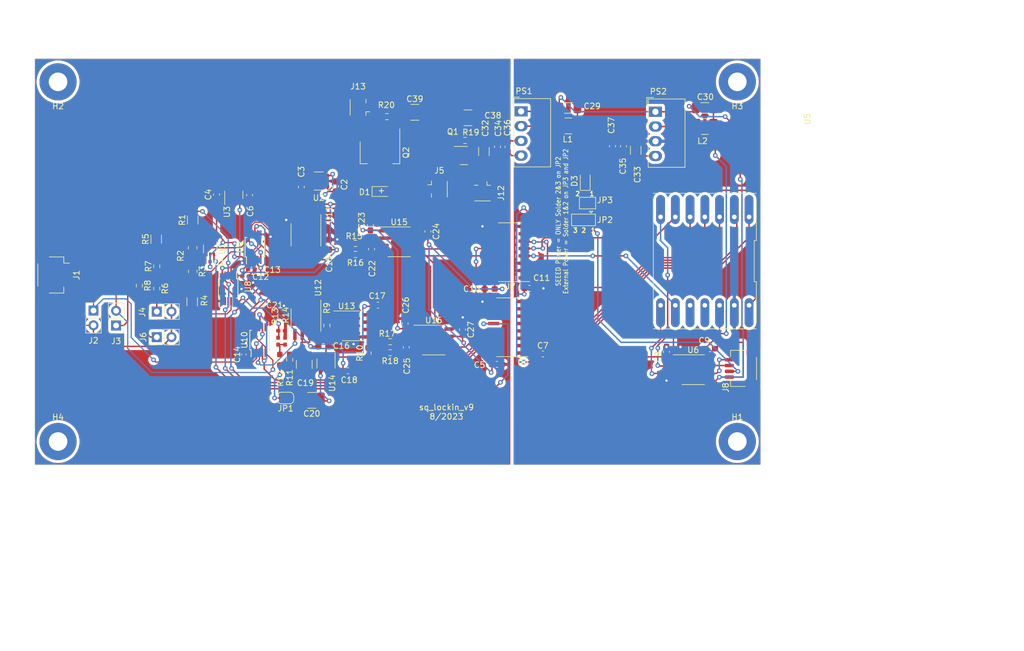
<source format=kicad_pcb>
(kicad_pcb (version 20221018) (generator pcbnew)
  (layers (0 "F.Cu" signal) (31 "B.Cu" signal) (34 "B.Paste" user) (35 "F.Paste" user) (36 "B.SilkS" user "B.Silkscreen") (37 "F.SilkS" user "F.Silkscreen") (38 "B.Mask" user) (39 "F.Mask" user) (44 "Edge.Cuts" user))
  (net 0 "")
  (net 1 "GND")
  (net 2 "Net-(D1-K)")
  (net 3 "/vref")
  (net 4 "/I-")
  (net 5 "/I+")
  (net 6 "+3.3V")
  (net 7 "/Sheet62237673/V-")
  (net 8 "/Sheet62237673/V+")
  (net 9 "VD")
  (net 10 "/Sheet624B5D4E/ctrl+")
  (net 11 "/Sheet624B5D4E/in+")
  (net 12 "/sheet624D2E57/V+")
  (net 13 "/sheet624D2E58/ctrl+")
  (net 14 "/Sheet621A3D16/in+")
  (net 15 "/Sheet621A3D16/in-")
  (net 16 "/sheet6256EE2A/out+")
  (net 17 "/sheet6256EE2A/out-")
  (net 18 "/sheet6256EE2A/ctrl+")
  (net 19 "/V-")
  (net 20 "/V+")
  (net 21 "Net-(U14-+)")
  (net 22 "/Sheet6275CBF8/in+")
  (net 23 "/Sheet6275CBF8/in-")
  (net 24 "Net-(R1-Pad1)")
  (net 25 "Net-(R2-Pad2)")
  (net 26 "Net-(R9-Pad1)")
  (net 27 "Net-(U14--)")
  (net 28 "Net-(JP1-A)")
  (net 29 "/Sheet62237673/Clk_in")
  (net 30 "Net-(U15-INP)")
  (net 31 "Net-(U15-INN)")
  (net 32 "GNDD")
  (net 34 "Net-(U16-INP)")
  (net 35 "Net-(U16-INN)")
  (net 36 "Net-(PS1-+Vout)")
  (net 37 "Net-(Q1-B)")
  (net 38 "Net-(Q2-B)")
  (net 39 "Net-(D3-K)")
  (net 40 "Net-(J4-Pin_1)")
  (net 41 "Net-(J6-Pin_1)")
  (net 42 "Net-(J8-VCC)")
  (net 43 "/MC3.3")
  (net 44 "/power/digital")
  (net 45 "+5VD")
  (net 46 "Net-(J8-SDA)")
  (net 47 "Net-(J8-SCL)")
  (net 48 "GNDPWR")
  (net 49 "Net-(J12-In)")
  (net 50 "Net-(JP1-B)")
  (net 51 "Net-(R9-Pad2)")
  (net 52 "/analog")
  (net 53 "/tx")
  (net 54 "/rx")
  (net 55 "/Dout_V")
  (net 56 "Net-(PS1-+Vin)")
  (net 57 "Net-(PS2-+Vin)")
  (net 58 "/Dout_I")
  (net 59 "/P7")
  (net 60 "/P6")
  (net 61 "Net-(U4-OUTD)")
  (net 63 "Net-(U4-INA)")
  (net 64 "Net-(U4-INB)")
  (net 65 "/sheet624D2E57/V-")
  (net 66 "Net-(U4-INC)")
  (net 67 "Net-(U4-IND)")
  (net 70 "Net-(U5-P2)")
  (net 76 "Net-(U12A--)")
  (net 77 "Net-(U12B--)")
  (net 78 "Net-(R12-Pad2)")
  (footprint "Resistor_SMD:R_1206_3216Metric_Pad1.30x1.75mm_HandSolder" (layer "F.Cu") (at 137.2 77.8125 90)
    (fp_text reference "R1")
    (fp_text value "1M_0.1%")
  )
  (footprint "Resistor_SMD:R_1206_3216Metric_Pad1.30x1.75mm_HandSolder" (layer "F.Cu") (at 130.9 81.1125 90)
    (fp_text reference "R5")
    (fp_text value "1M_0.1%")
  )
  (footprint "Resistor_SMD:R_1206_3216Metric_Pad1.30x1.75mm_HandSolder" (layer "F.Cu") (at 137.1 91.9125 90)
    (fp_text reference "R4")
    (fp_text value "1M_0.1%")
  )
  (footprint "Resistor_SMD:R_0805_2012Metric_Pad1.20x1.40mm_HandSolder" (layer "F.Cu") (at 137.175 82.6 -90)
    (fp_text reference "R2")
    (fp_text value "75K_0.1%")
  )
  (footprint "Resistor_SMD:R_0603_1608Metric_Pad0.98x0.95mm_HandSolder" (layer "F.Cu") (at 131 89.625 -90)
    (fp_text reference "R6")
    (fp_text value "10K 0.1%")
  )
  (footprint "Connector_PinHeader_2.54mm:PinHeader_1x02_P2.54mm_Vertical" (layer "F.Cu") (at 131 93.6 90)
    (fp_text reference "J4")
    (fp_text value "Conn_01x02_Male_2.54mm")
  )
  (footprint "Capacitor_SMD:C_0603_1608Metric_Pad1.08x0.95mm_HandSolder" (layer "F.Cu") (at 161.8 72.0375 90)
    (fp_text reference "C2")
    (fp_text value "1uF")
  )
  (footprint "Capacitor_SMD:C_0603_1608Metric_Pad1.08x0.95mm_HandSolder" (layer "F.Cu") (at 155.9 72.125 90)
    (fp_text reference "C3")
    (fp_text value "1uF")
  )
  (footprint "Package_TO_SOT_SMD:SOT-23-5" (layer "F.Cu") (at 158.9 71.1 180)
    (fp_text reference "U2")
    (fp_text value "LP5907MFX-3.3")
  )
  (footprint "Connector_Coaxial:U.FL_Hirose_U.FL-R-SMT-1_Vertical" (layer "F.Cu") (at 179.2 72.5)
    (fp_text reference "J5")
    (fp_text value "Conn_Coaxial")
  )
  (footprint "Resistor_SMD:R_0603_1608Metric_Pad0.98x0.95mm_HandSolder" (layer "F.Cu") (at 131 85.8 90)
    (fp_text reference "R7")
    (fp_text value "100K_0.1%")
  )
  (footprint "Resistor_SMD:R_0805_2012Metric_Pad1.20x1.40mm_HandSolder" (layer "F.Cu") (at 137.2 86.675 -90)
    (fp_text reference "R3")
    (fp_text value "5K_0.1%")
  )
  (footprint "Connector_PinHeader_2.54mm:PinHeader_1x02_P2.54mm_Vertical" (layer "F.Cu") (at 131 98 90)
    (fp_text reference "J6")
    (fp_text value "Conn_01x02_Male_2.54mm")
  )
  (footprint "Capacitor_SMD:C_0603_1608Metric_Pad1.08x0.95mm_HandSolder" (layer "F.Cu") (at 141.3 73.425 90)
    (fp_text reference "C4")
    (fp_text value "1uF")
  )
  (footprint "Capacitor_SMD:C_0603_1608Metric_Pad1.08x0.95mm_HandSolder" (layer "F.Cu") (at 147 73.525 90)
    (fp_text reference "C6")
    (fp_text value "1uF")
  )
  (footprint "Resistor_SMD:R_0603_1608Metric_Pad0.98x0.95mm_HandSolder" (layer "F.Cu") (at 128 89.125 -90)
    (fp_text reference "R8")
    (fp_text value "1K 0.1%")
  )
  (footprint "Package_TO_SOT_SMD:SOT-23" (layer "F.Cu") (at 144.27 73.475 90)
    (fp_text reference "U3")
    (fp_text value "REF3325")
  )
  (footprint "Resistor_SMD:R_0603_1608Metric_Pad0.98x0.95mm_HandSolder" (layer "F.Cu") (at 165.225 83.76 180)
    (fp_text reference "R16")
    (fp_text value "100")
  )
  (footprint "Capacitor_SMD:C_0603_1608Metric_Pad1.08x0.95mm_HandSolder" (layer "F.Cu") (at 168 82.835 90)
    (fp_text reference "C22")
    (fp_text value "100nF")
  )
  (footprint "Capacitor_SMD:C_0603_1608Metric_Pad1.08x0.95mm_HandSolder" (layer "F.Cu") (at 167.8 78.735 90)
    (fp_text reference "C23")
    (fp_text value "100nF")
  )
  (footprint "Capacitor_SMD:C_0603_1608Metric_Pad1.08x0.95mm_HandSolder" (layer "F.Cu") (at 177.7 79.785 -90)
    (fp_text reference "C24")
    (fp_text value "100nF")
  )
  (footprint "Resistor_SMD:R_0603_1608Metric_Pad0.98x0.95mm_HandSolder" (layer "F.Cu") (at 165.225 81.86 180)
    (fp_text reference "R15")
    (fp_text value "100")
  )
  (footprint "Package_SO:SOP-8_3.9x4.9mm_P1.27mm" (layer "F.Cu") (at 172.75 81.58)
    (fp_text reference "U15")
    (fp_text value "HX710C")
  )
  (footprint "Capacitor_SMD:C_0603_1608Metric_Pad1.08x0.95mm_HandSolder" (layer "F.Cu") (at 173.775 95.665 90)
    (fp_text reference "C26")
    (fp_text value "100nF")
  )
  (footprint "Capacitor_SMD:C_0603_1608Metric_Pad1.08x0.95mm_HandSolder" (layer "F.Cu") (at 173.975 99.765 90)
    (fp_text reference "C25")
    (fp_text value "100nF")
  )
  (footprint "Resistor_SMD:R_0603_1608Metric_Pad0.98x0.95mm_HandSolder" (layer "F.Cu") (at 171.2 100.69 180)
    (fp_text reference "R18")
    (fp_text value "100")
  )
  (footprint "Resistor_SMD:R_0603_1608Metric_Pad0.98x0.95mm_HandSolder" (layer "F.Cu") (at 171.2 98.79 180)
    (fp_text reference "R17")
    (fp_text value "100")
  )
  (footprint "Capacitor_SMD:C_0603_1608Metric_Pad1.08x0.95mm_HandSolder" (layer "F.Cu") (at 183.675 96.715 -90)
    (fp_text reference "C27")
    (fp_text value "100nF")
  )
  (footprint "Package_SO:SOP-8_3.9x4.9mm_P1.27mm" (layer "F.Cu") (at 178.725 98.51)
    (fp_text reference "U16")
    (fp_text value "HX710C")
  )
  (footprint "Connector_PinHeader_2.54mm:PinHeader_1x02_P2.54mm_Vertical" (layer "F.Cu") (at 120.1 93.425)
    (fp_text reference "J2")
    (fp_text value "Conn_01x02_Male_2.54mm")
  )
  (footprint "Connector_PinHeader_2.54mm:PinHeader_1x02_P2.54mm_Vertical" (layer "F.Cu") (at 124 96 180)
    (fp_text reference "J3")
    (fp_text value "Conn_01x02_Male_2.54mm")
  )
  (footprint "Capacitor_SMD:C_0603_1608Metric_Pad1.08x0.95mm_HandSolder" (layer "F.Cu") (at 159.7 99.66)
    (fp_text reference "C16")
    (fp_text value "100nF")
  )
  (footprint "Capacitor_SMD:C_0603_1608Metric_Pad1.08x0.95mm_HandSolder" (layer "F.Cu") (at 169.1 92.5 180)
    (fp_text reference "C17")
    (fp_text value "100nF")
  )
  (footprint "Resistor_SMD:R_0603_1608Metric_Pad0.98x0.95mm_HandSolder" (layer "F.Cu") (at 160.3 96 -90)
    (fp_text reference "R9")
    (fp_text value "5.49K")
  )
  (footprint "Resistor_SMD:R_0603_1608Metric_Pad0.98x0.95mm_HandSolder" (layer "F.Cu") (at 167.4 100.76 90)
    (fp_text reference "R10")
    (fp_text value "10")
  )
  (footprint "Resistor_SMD:R_0402_1005Metric_Pad0.72x0.64mm_HandSolder" (layer "F.Cu") (at 151.9 98.7 -90)
    (fp_text reference "R13")
    (fp_text value "1K")
  )
  (footprint "Resistor_SMD:R_0402_1005Metric_Pad0.72x0.64mm_HandSolder" (layer "F.Cu") (at 153.1 98.7 90)
    (fp_text reference "R14")
    (fp_text value "1K")
  )
  (footprint "Package_SO:SOIC-8_3.9x4.9mm_P1.27mm" (layer "F.Cu") (at 164.9 96.06)
    (fp_text reference "U13")
    (fp_text value "INA826")
  )
  (footprint "Capacitor_SMD:C_0603_1608Metric_Pad1.08x0.95mm_HandSolder" (layer "F.Cu") (at 163.9375 103.8)
    (fp_text reference "C18")
    (fp_text value "100nF")
  )
  (footprint "Diode_SMD:D_SOD-323" (layer "F.Cu") (at 169.7 72.9)
    (fp_text reference "D1")
    (fp_text value "LBAT54HT1G")
  )
  (footprint "Package_SO:SOIC-8_3.9x4.9mm_P1.27mm" (layer "F.Cu") (at 156.7 80.36 -90)
    (fp_text reference "U11")
    (fp_text value "OPA2376")
  )
  (footprint "Capacitor_SMD:C_0603_1608Metric_Pad1.08x0.95mm_HandSolder" (layer "F.Cu") (at 160.7 82.06 90)
    (fp_text reference "C15")
    (fp_text value "100nF")
  )
  (footprint "Package_SO:SOIC-8_3.9x4.9mm_P1.27mm" (layer "F.Cu") (at 156.7 95.06 -90)
    (fp_text reference "U12")
    (fp_text value "OPA2376")
  )
  (footprint "Package_TO_SOT_SMD:SOT-23-5" (layer "F.Cu") (at 160.15 102.55 -90)
    (fp_text reference "U14")
    (fp_text value "OPA388")
  )
  (footprint "Inductor_SMD:L_1210_3225Metric_Pad1.42x2.65mm_HandSolder" (layer "F.Cu") (at 201.9 61.6)
    (fp_text reference "L1")
    (fp_text value "6.8uH")
  )
  (footprint "Capacitor_SMD:C_1206_3216Metric_Pad1.33x1.80mm_HandSolder" (layer "F.Cu") (at 213.5 65.8 90)
    (fp_text reference "C33")
    (fp_text value "10uF_1206_50V")
  )
  (footprint "Resistor_SMD:R_0603_1608Metric_Pad0.98x0.95mm_HandSolder" (layer "F.Cu") (at 170.65 60)
    (fp_text reference "R20")
    (fp_text value "1K")
  )
  (footprint "Converter_DCDC:Converter_DCDC_Murata_MEE1SxxxxSC_THT" (layer "F.Cu") (at 216.9 59.16)
    (fp_text reference "PS2")
    (fp_text value "B0305S")
  )
  (footprint "MountingHole:MountingHole_3.2mm_M3_Pad" (layer "F.Cu") (at 114 54 180)
    (fp_text reference "H2")
    (fp_text value "MountingHole")
  )
  (footprint "Connector_JST:JST_SH_SM04B-SRSS-TB_1x04-1MP_P1.00mm_Horizontal" (layer "F.Cu") (at 231.625 103.4 90)
    (fp_text reference "J8")
    (fp_text value "JST_SH_Conn_01x04_i2c_horizontal")
  )
  (footprint "0project:DIP-XIAO-QTPY" (layer "F.Cu") (at 225.4 84.9 180)
    (fp_text reference "U5")
    (fp_text value "seeed_rp2040")
  )
  (footprint "Capacitor_SMD:C_0402_1005Metric_Pad0.74x0.62mm_HandSolder" (layer "F.Cu") (at 146 101 90)
    (fp_text reference "C14")
    (fp_text value "100nF_0402")
  )
  (footprint "Capacitor_SMD:C_0603_1608Metric_Pad1.08x0.95mm_HandSolder" (layer "F.Cu") (at 188.3375 89.7 180)
    (fp_text reference "C10")
    (fp_text value "100nF")
  )
  (footprint "Capacitor_SMD:C_0402_1005Metric" (layer "F.Cu") (at 139.7 85 180)
    (fp_text reference "C1")
    (fp_text value "100nF_0402")
  )
  (footprint "Connector_JST:JST_SH_SM04B-SRSS-TB_1x04-1MP_P1.00mm_Horizontal" (layer "F.Cu") (at 113.2 87.3 -90)
    (fp_text reference "J1")
    (fp_text value "Conn_01x04")
  )
  (footprint "Capacitor_SMD:C_0603_1608Metric_Pad1.08x0.95mm_HandSolder" (layer "F.Cu") (at 195.2 89.6)
    (fp_text reference "C11")
    (fp_text value "100nF")
  )
  (footprint "Connector_Coaxial:U.FL_Hirose_U.FL-R-SMT-1_Vertical" (layer "F.Cu") (at 187.1 72.7 -90)
    (fp_text reference "J12")
    (fp_text value "Conn_Coaxial")
  )
  (footprint "Package_SO:MSOP-10_3x3mm_P0.5mm" (layer "F.Cu") (at 143.3 89.6 -90)
    (fp_text reference "U8")
    (fp_text value "RS2105XN")
  )
  (footprint "Package_TO_SOT_SMD:SOT-363_SC-70-6" (layer "F.Cu") (at 140.2 82.8 -90)
    (fp_text reference "U1")
    (fp_text value "SGM3157")
  )
  (footprint "Package_SO:SOIC-8_3.9x4.9mm_P1.27mm" (layer "F.Cu") (at 223.4 103.62)
    (fp_text reference "U6")
    (fp_text value "PI121")
  )
  (footprint "Capacitor_SMD:C_1210_3225Metric_Pad1.33x2.70mm_HandSolder" (layer "F.Cu") (at 175.45 59.25)
    (fp_text reference "C39")
    (fp_text value "47uF")
  )
  (footprint "Converter_DCDC:Converter_DCDC_Murata_MEE1SxxxxSC_THT" (layer "F.Cu") (at 193.7575 59.0925)
    (fp_text reference "PS1")
    (fp_text value "B0305S")
  )
  (footprint "Jumper:SolderJumper-2_P1.3mm_Open_Pad1.0x1.5mm" (layer "F.Cu") (at 205.2 74.9 180)
    (fp_text reference "JP3")
    (fp_text value "SolderJumper_2_Open")
  )
  (footprint "Capacitor_SMD:C_0603_1608Metric_Pad1.08x0.95mm_HandSolder" (layer "F.Cu") (at 189.6 102.7)
    (fp_text reference "C5")
    (fp_text value "100nF")
  )
  (footprint "Capacitor_SMD:C_1210_3225Metric_Pad1.33x2.70mm_HandSolder" (layer "F.Cu") (at 156.4 102.7 -90)
    (fp_text reference "C19")
    (fp_text value "10uF")
  )
  (footprint "Package_TO_SOT_SMD:SOT-23" (layer "F.Cu") (at 183.9025 66.7075)
    (fp_text reference "Q1")
    (fp_text value "BC847C")
  )
  (footprint "Resistor_SMD:R_0603_1608Metric_Pad0.98x0.95mm_HandSolder" (layer "F.Cu") (at 153.9 101.9 -90)
    (fp_text reference "R11")
    (fp_text value "100")
  )
  (footprint "Capacitor_SMD:C_0402_1005Metric_Pad0.74x0.62mm_HandSolder" (layer "F.Cu") (at 146.3 87.5)
    (fp_text reference "C12")
    (fp_text value "100nF_0402")
  )
  (footprint "Package_SO:SOIC-16_3.9x9.9mm_P1.27mm" (layer "F.Cu") (at 191.5 96.3 180)
    (fp_text reference "U4")
    (fp_text value "pi162U")
  )
  (footprint "Jumper:SolderJumper-2_P1.3mm_Open_RoundedPad1.0x1.5mm" (layer "F.Cu") (at 153.2 108.5 180)
    (fp_text reference "JP1")
    (fp_text value "Jumper_2_Open")
  )
  (footprint "Resistor_SMD:R_0603_1608Metric_Pad0.98x0.95mm_HandSolder" (layer "F.Cu") (at 152.2 101.9125 90)
    (fp_text reference "R12")
    (fp_text value "2K")
  )
  (footprint "Jumper:SolderJumper-3_P1.3mm_Open_Pad1.0x1.5mm" (layer "F.Cu") (at 204.5 77.8 180)
    (fp_text reference "JP2")
    (fp_text value "SolderJumper_3_Open")
  )
  (footprint "Capacitor_SMD:C_0603_1608Metric_Pad1.08x0.95mm_HandSolder" (layer "F.Cu") (at 197.5 100.9)
    (fp_text reference "C7")
    (fp_text value "100nF")
  )
  (footprint "MountingHole:MountingHole_3.2mm_M3_Pad" (layer "F.Cu") (at 114 116)
    (fp_text reference "H4")
    (fp_text value "MountingHole")
  )
  (footprint "Capacitor_SMD:C_0402_1005Metric_Pad0.74x0.62mm_HandSolder" (layer "F.Cu") (at 147.3 86.3)
    (fp_text reference "C13")
    (fp_text value "100nF_0402")
  )
  (footprint "Capacitor_SMD:C_0603_1608Metric_Pad1.08x0.95mm_HandSolder" (layer "F.Cu") (at 209.5 65.1 -90)
    (fp_text reference "C37")
    (fp_text value "10nF")
  )
  (footprint "Capacitor_SMD:C_1206_3216Metric_Pad1.33x1.80mm_HandSolder" (layer "F.Cu") (at 201.9 58.5 180)
    (fp_text reference "C29")
    (fp_text value "4.7uF_1206_50V")
  )
  (footprint "Resistor_SMD:R_0603_1608Metric_Pad0.98x0.95mm_HandSolder" (layer "F.Cu") (at 184.1025 64.1075 180)
    (fp_text reference "R19")
    (fp_text value "1K")
  )
  (footprint "Capacitor_SMD:C_1210_3225Metric_Pad1.33x2.70mm_HandSolder" (layer "F.Cu") (at 184.6 60.2)
    (fp_text reference "C38")
    (fp_text value "47uF")
  )
  (footprint "Package_TO_SOT_SMD:SOT-223-3_TabPin2" (layer "F.Cu") (at 169.45 66.2 -90)
    (fp_text reference "Q2")
    (fp_text value "FZT851TA")
  )
  (footprint "Capacitor_SMD:C_0603_1608Metric_Pad1.08x0.95mm_HandSolder" (layer "F.Cu") (at 189.7025 65.2075 -90)
    (fp_text reference "C34")
    (fp_text value "100nF")
  )
  (footprint "Package_SO:MSOP-10_3x3mm_P0.5mm" (layer "F.Cu") (at 147.9 82.5 90)
    (fp_text reference "U9")
    (fp_text value "RS2105XN")
  )
  (footprint "Capacitor_SMD:C_0603_1608Metric_Pad1.08x0.95mm_HandSolder" (layer "F.Cu") (at 218.8 100.5375 90)
    (fp_text reference "C8")
    (fp_text value "100nF")
  )
  (footprint "MountingHole:MountingHole_3.2mm_M3_Pad" (layer "F.Cu") (at 231 116)
    (fp_text reference "H1")
    (fp_text value "MountingHole")
  )
  (footprint "Capacitor_SMD:C_1210_3225Metric_Pad1.33x2.70mm_HandSolder" (layer "F.Cu") (at 157.7 108.9 180)
    (fp_text reference "C20")
    (fp_text value "47uF")
  )
  (footprint "Capacitor_SMD:C_0402_1005Metric_Pad0.74x0.62mm_HandSolder" (layer "F.Cu") (at 152.5 96.9 180)
    (fp_text reference "C21")
    (fp_text value "100nF_0402")
  )
  (footprint "Capacitor_SMD:C_0603_1608Metric_Pad1.08x0.95mm_HandSolder" (layer "F.Cu") (at 191.5025 65.2075 -90)
    (fp_text reference "C36")
    (fp_text value "10nF")
  )
  (footprint "Capacitor_SMD:C_1206_3216Metric_Pad1.33x1.80mm_HandSolder" (layer "F.Cu") (at 225.4 58.5 180)
    (fp_text reference "C30")
    (fp_text value "4.7uF_1206_50V")
  )
  (footprint "Diode_SMD:D_SOD-323" (layer "F.Cu") (at 204.8 71.1 90)
    (fp_text reference "D3")
    (fp_text value "LBAT54HT1G")
  )
  (footprint "Connector_Coaxial:U.FL_Hirose_U.FL-R-SMT-1_Vertical" (layer "F.Cu") (at 166.15 58.4 180)
    (fp_text reference "J13")
    (fp_text value "Conn_Coaxial")
  )
  (footprint "Package_SO:MSOP-10_3x3mm_P0.5mm" (layer "F.Cu") (at 148.7 98.5 90)
    (fp_text reference "U10")
    (fp_text value "RS2105XN")
  )
  (footprint "Inductor_SMD:L_1210_3225Metric_Pad1.42x2.65mm_HandSolder" (layer "F.Cu") (at 225.4 61.7)
    (fp_text reference "L2")
    (fp_text value "6.8uH")
  )
  (footprint "Capacitor_SMD:C_1206_3216Metric_Pad1.33x1.80mm_HandSolder" (layer "F.Cu") (at 187.3525 66.0075 90)
    (fp_text reference "C32")
    (fp_text value "10uF_1206_50V")
  )
  (footprint "Package_SO:SOIC-16_3.9x9.9mm_P1.27mm" (layer "F.Cu") (at 191.8 83.36 180)
    (fp_text reference "U7")
    (fp_text value "pi142M31")
  )
  (footprint "Capacitor_SMD:C_0603_1608Metric_Pad1.08x0.95mm_HandSolder" (layer "F.Cu") (at 211.4 65.1 -90)
    (fp_text reference "C35")
    (fp_text value "100nF")
  )
  (footprint "Capacitor_SMD:C_0603_1608Metric_Pad1.08x0.95mm_HandSolder" (layer "F.Cu") (at 226.3 100)
    (fp_text reference "C9")
    (fp_text value "100nF")
  )
  (footprint "MountingHole:MountingHole_3.2mm_M3_Pad" (layer "F.Cu") (at 231 54 180)
    (fp_text reference "H3")
    (fp_text value "MountingHole")
  )
  (gr_line (start 110 120) (end 110 50) (stroke (width 0.05)) (layer "Edge.Cuts"))
  (gr_line (start 235 50) (end 235 120) (stroke (width 0.05)) (layer "Edge.Cuts"))
  (gr_line (start 235 120) (end 110 120) (stroke (width 0.05)) (layer "Edge.Cuts"))
  (gr_line (start 110 50) (end 235 50) (stroke (width 0.05)) (layer "Edge.Cuts"))
  (gr_text "sq_lockin_v9\n8/2023" (at 180.9 110.9) (layer "F.SilkS") (effects (font (size 1 1))))
  (gr_text "1" (at 205.95 73.3) (layer "F.SilkS") (effects (font (size 0.8 0.75) (thickness 0.1875))))
  (gr_text "+" (at 169.7 72.7) (layer "F.SilkS") (effects (font (size 1 1))))
  (gr_text "1" (at 206.15 79.6) (layer "F.SilkS") (effects (font (size 0.8 0.75) (thickness 0.1875))))
  (gr_text "SEEED Power = ONLY Solder 2&3 on JP2\nExternal Power = Solder 1&2 on JP3 and JP2" (at 200.8 78.05 90) (layer "F.SilkS") (effects (font (size 0.8 0.7) (thickness 0.125))))
  (gr_text "2\n" (at 204.55 79.6) (layer "F.SilkS") (effects (font (size 0.8 0.75) (thickness 0.1875))))
  (gr_text "3\n" (at 203.1 79.6) (layer "F.SilkS") (effects (font (size 0.8 0.75) (thickness 0.1875))))
  (gr_text "2\n" (at 203.5 73.3) (layer "F.SilkS") (effects (font (size 0.8 0.75) (thickness 0.1875))))
  (segment (start 146 100.52) (end 146 99.4) (width 0.25) (layer "F.Cu") (net 1))
  (segment (start 154.795 92.585) (end 152.915 92.585) (width 0.25) (layer "F.Cu") (net 1))
  (segment (start 160.0375 71.1) (end 161.725 71.1) (width 0.25) (layer "F.Cu") (net 1))
  (segment (start 140.2 81.85) (end 140.2 80.9) (width 0.25) (layer "F.Cu") (net 1))
  (segment (start 190.8 101.6) (end 190.8 92.8) (width 0.25) (layer "F.Cu") (net 1))
  (segment (start 166.135 97.965) (end 164.9 99.2) (width 0.25) (layer "F.Cu") (net 1))
  (segment (start 159.4 102.6) (end 158.0625 102.6) (width 0.25) (layer "F.Cu") (net 1))
  (segment (start 189.325 78.915) (end 187.115 78.915) (width 0.25) (layer "F.Cu") (net 1))
  (segment (start 150.2 80.3) (end 150.6 80.7) (width 0.25) (layer "F.Cu") (net 1))
  (segment (start 152.915 92.585) (end 152.9 92.6) (width 0.25) (layer "F.Cu") (net 1))
  (segment (start 149.7 96.3) (end 150.1 95.9) (width 0.25) (layer "F.Cu") (net 1))
  (segment (start 146 99.58998) (end 146.08998 99.5) (width 0.25) (layer "F.Cu") (net 1))
  (segment (start 147.78 86.5) (end 147.78 86.3) (width 0.25) (layer "F.Cu") (net 1))
  (segment (start 193.7575 64.1725) (end 191.675 64.1725) (width 0.25) (layer "F.Cu") (net 1))
  (segment (start 139.2 85) (end 138.8 85.4) (width 0.25) (layer "F.Cu") (net 1))
  (segment (start 145.6 89.7) (end 146.5 89.7) (width 0.25) (layer "F.Cu") (net 1))
  (segment (start 152.98 96.8) (end 152.98 97.9825) (width 0.25) (layer "F.Cu") (net 1))
  (segment (start 145.224614 89.7) (end 145.6 89.7) (width 0.25) (layer "F.Cu") (net 1))
  (segment (start 143.8 87.4) (end 143.8 86) (width 0.25) (layer "F.Cu") (net 1))
  (segment (start 160.15 101.45) (end 160.15 100.0725) (width 0.25) (layer "F.Cu") (net 1))
  (segment (start 141.3 72.55) (end 144.195 72.55) (width 0.25) (layer "F.Cu") (net 1))
  (segment (start 164.44 99.66) (end 164.9 99.2) (width 0.25) (layer "F.Cu") (net 1))
  (segment (start 190.8 92.8) (end 189.855 91.855) (width 0.25) (layer "F.Cu") (net 1))
  (segment (start 154.795 93.56) (end 154.795 92.585) (width 0.25) (layer "F.Cu") (net 1))
  (segment (start 160.575 99.66) (end 164.44 99.66) (width 0.25) (layer "F.Cu") (net 1))
  (segment (start 167.375 97.965) (end 166.135 97.965) (width 0.25) (layer "F.Cu") (net 1))
  (segment (start 153.3 77.8) (end 154.71 77.8) (width 0.25) (layer "F.Cu") (net 1))
  (segment (start 146 99.4) (end 146.4 99) (width 0.25) (layer "F.Cu") (net 1))
  (segment (start 146 100.52) (end 146 99.58998) (width 0.25) (layer "F.Cu") (net 1))
  (segment (start 160.15 100.0725) (end 160.5625 99.66) (width 0.25) (layer "F.Cu") (net 1))
  (segment (start 161.725 71.1) (end 161.8 71.175) (width 0.25) (layer "F.Cu") (net 1))
  (segment (start 183.675 94.625) (end 183.7 94.6) (width 0.25) (layer "F.Cu") (net 1))
  (segment (start 146.78 87.5) (end 147.78 86.5) (width 0.25) (layer "F.Cu") (net 1))
  (segment (start 190.4625 101.9375) (end 190.8 101.6) (width 0.25) (layer "F.Cu") (net 1))
  (segment (start 160.15 101.85) (end 159.4 102.6) (width 0.25) (layer "F.Cu") (net 1))
  (segment (start 142.8 91.8) (end 142.3 91.8) (width 0.25) (layer "F.Cu") (net 1))
  (segment (start 187.115 78.915) (end 187.1 78.9) (width 0.25) (layer "F.Cu") (net 1))
  (segment (start 190.4625 102.7) (end 190.4625 101.9375) (width 0.25) (layer "F.Cu") (net 1))
  (segment (start 158.0625 102.6) (end 156.4 104.2625) (width 0.25) (layer "F.Cu") (net 1))
  (segment (start 160.7 81.185) (end 162.075 81.185) (width 0.25) (layer "F.Cu") (net 1))
  (segment (start 144.6 85.2) (end 143.8 86) (width 0.25) (layer "F.Cu") (net 1))
  (segment (start 183.675 95.84) (end 183.675 94.625) (width 0.25) (layer "F.Cu") (net 1))
  (segment (start 143.8 87.4) (end 143.8 88.275386) (width 0.25) (layer "F.Cu") (net 1))
  (segment (start 150.1 95.9) (end 150.1 94.7) (width 0.25) (layer "F.Cu") (net 1))
  (segment (start 148.9 80.3) (end 150.2 80.3) (width 0.25) (layer "F.Cu") (net 1))
  (segment (start 146.5 89.7) (end 147.6 88.6) (width 0.25) (layer "F.Cu") (net 1))
  (segment (start 189.025 91.855) (end 187.145 91.855) (width 0.25) (layer "F.Cu") (net 1))
  (segment (start 143.8 88.275386) (end 145.224614 89.7) (width 0.25) (layer "F.Cu") (net 1))
  (segment (start 145.7 85.2) (end 144.6 85.2) (width 0.25) (layer "F.Cu") (net 1))
  (segment (start 187.145 91.855) (end 187.1 91.9) (width 0.25) (layer "F.Cu") (net 1))
  (segment (start 138.8 85.4) (end 138.8 85.9755) (width 0.25) (layer "F.Cu") (net 1))
  (segment (start 144.27 72.475) (end 146.825 72.475) (width 0.25) (layer "F.Cu") (net 1))
  (segment (start 162.075 81.185) (end 162.1 81.16) (width 0.25) (layer "F.Cu") (net 1))
  (via (at 187.1 78.9) (size 0.8) (drill 0.4) (layers "F.Cu" "B.Cu") (net 1))
  (via (at 152.9 92.6) (size 0.8) (drill 0.4) (layers "F.Cu" "B.Cu") (net 1))
  (via (at 164.9 99.2) (size 0.8) (drill 0.4) (layers "F.Cu" "B.Cu") (net 1))
  (via (at 150.6 80.7) (size 0.8) (drill 0.4) (layers "F.Cu" "B.Cu") (net 1))
  (via (at 146.4 99) (size 0.8) (drill 0.4) (layers "F.Cu" "B.Cu") (net 1))
  (via (at 153.3 77.8) (size 0.8) (drill 0.4) (layers "F.Cu" "B.Cu") (net 1))
  (via (at 138.8 85.9755) (size 0.8) (drill 0.4) (layers "F.Cu" "B.Cu") (net 1))
  (via (at 187.1 91.9) (size 0.8) (drill 0.4) (layers "F.Cu" "B.Cu") (net 1))
  (via (at 145.6 89.7) (size 0.8) (drill 0.4) (layers "F.Cu" "B.Cu") (net 1))
  (via (at 147.6 88.6) (size 0.8) (drill 0.4) (layers "F.Cu" "B.Cu") (net 1))
  (via (at 162.1 81.16) (size 0.8) (drill 0.4) (layers "F.Cu" "B.Cu") (net 1))
  (via (at 145.7 85.2) (size 0.8) (drill 0.4) (layers "F.Cu" "B.Cu") (net 1))
  (via (at 183.7 94.6) (size 0.8) (drill 0.4) (layers "F.Cu" "B.Cu") (net 1))
  (segment (start 150.6 80.5) (end 153.3 77.8) (width 0.25) (layer "B.Cu") (net 1))
  (segment (start 150.6 80.7) (end 150.6 80.5) (width 0.25) (layer "B.Cu") (net 1))
  (segment (start 160 70.15) (end 161.05 70.15) (width 0.25) (layer "F.Cu") (net 2))
  (segment (start 161.05 70.15) (end 161.3 69.9) (width 0.25) (layer "F.Cu") (net 2))
  (segment (start 161.7 72.9) (end 168.65 72.9) (width 0.25) (layer "F.Cu") (net 2))
  (segment (start 160.8875 72.9) (end 160.0375 72.05) (width 0.25) (layer "F.Cu") (net 2))
  (segment (start 161.8 72.9) (end 160.5 72.9) (width 0.25) (layer "F.Cu") (net 2))
  (segment (start 160.5 72.9) (end 160 73.4) (width 0.25) (layer "F.Cu") (net 2))
  (segment (start 161.8 72.9) (end 160.8875 72.9) (width 0.25) (layer "F.Cu") (net 2))
  (via (at 160 73.4) (size 0.8) (drill 0.4) (layers "F.Cu" "B.Cu") (net 2))
  (via (at 161.3 69.9) (size 0.8) (drill 0.4) (layers "F.Cu" "B.Cu") (net 2))
  (segment (start 161.3 72.1) (end 160 73.4) (width 0.25) (layer "B.Cu") (net 2))
  (segment (start 161.3 69.9) (end 161.3 72.1) (width 0.25) (layer "B.Cu") (net 2))
  (segment (start 167.8 79.61) (end 166.55 79.61) (width 0.25) (layer "F.Cu") (net 3))
  (segment (start 166.55 79.61) (end 166.5 79.56) (width 0.25) (layer "F.Cu") (net 3))
  (segment (start 167.8 79.61) (end 170.06 79.61) (width 0.25) (layer "F.Cu") (net 3))
  (segment (start 173.775 96.54) (end 172.525 96.54) (width 0.25) (layer "F.Cu") (net 3))
  (segment (start 173.775 96.54) (end 176.035 96.54) (width 0.25) (layer "F.Cu") (net 3))
  (segment (start 172.525 96.54) (end 172.475 96.49) (width 0.25) (layer "F.Cu") (net 3))
  (segment (start 145.275402 91.8) (end 145.837701 91.237701) (width 0.25) (layer "F.Cu") (net 3))
  (segment (start 152.02 96.8) (end 152.02 97.9825) (width 0.25) (layer "F.Cu") (net 3))
  (segment (start 147 74.4) (end 145.295 74.4) (width 0.25) (layer "F.Cu") (net 3))
  (segment (start 148.4 75.8) (end 162.74 75.8) (width 0.25) (layer "F.Cu") (net 3))
  (segment (start 144.3 90.9) (end 142.3 88.9) (width 0.25) (layer "F.Cu") (net 3))
  (segment (start 144.3 91.8) (end 145.275402 91.8) (width 0.25) (layer "F.Cu") (net 3))
  (segment (start 152 95.7) (end 152 96.78) (width 0.25) (layer "F.Cu") (net 3))
  (segment (start 145.3 76.1) (end 145.3 74.555) (width 0.25) (layer "F.Cu") (net 3))
  (segment (start 142.3 87.4) (end 142.3 86.1) (width 0.25) (layer "F.Cu") (net 3))
  (segment (start 142.3 88.9) (end 142.3 87.4) (width 0.25) (layer "F.Cu") (net 3))
  (segment (start 162.74 75.8) (end 166.5 79.56) (width 0.25) (layer "F.Cu") (net 3))
  (segment (start 147 74.4) (end 148.4 75.8) (width 0.25) (layer "F.Cu") (net 3))
  (segment (start 144.3 91.8) (end 144.3 90.9) (width 0.25) (layer "F.Cu") (net 3))
  (via (at 166.5 79.56) (size 0.8) (drill 0.4) (layers "F.Cu" "B.Cu") (net 3))
  (via (at 172.475 96.49) (size 0.8) (drill 0.4) (layers "F.Cu" "B.Cu") (net 3))
  (via (at 152 95.7) (size 0.8) (drill 0.4) (layers "F.Cu" "B.Cu") (net 3))
  (via (at 145.3 76.1) (size 0.8) (drill 0.4) (layers "F.Cu" "B.Cu") (net 3))
  (via (at 142.3 86.1) (size 0.8) (drill 0.4) (layers "F.Cu" "B.Cu") (net 3))
  (via (at 145.837701 91.237701) (size 0.8) (drill 0.4) (layers "F.Cu" "B.Cu") (net 3))
  (segment (start 166.5 79.56) (end 169 79.56) (width 0.25) (layer "B.Cu") (net 3))
  (segment (start 147.6 93) (end 149.5 93) (width 0.25) (layer "B.Cu") (net 3))
  (segment (start 152 95.5) (end 152 95.7) (width 0.25) (layer "B.Cu") (net 3))
  (segment (start 145.3 84.249502) (end 145.3 76.1) (width 0.25) (layer "B.Cu") (net 3))
  (segment (start 169 79.56) (end 172.475 83.035) (width 0.25) (layer "B.Cu") (net 3))
  (segment (start 142.3 86.1) (end 143.449502 86.1) (width 0.25) (layer "B.Cu") (net 3))
  (segment (start 143.449502 86.1) (end 145.3 84.249502) (width 0.25) (layer "B.Cu") (net 3))
  (segment (start 172.475 83.035) (end 172.475 96.49) (width 0.25) (layer "B.Cu") (net 3))
  (segment (start 145.837701 91.237701) (end 147.6 93) (width 0.25) (layer "B.Cu") (net 3))
  (segment (start 149.5 93) (end 152 95.5) (width 0.25) (layer "B.Cu") (net 3))
  (segment (start 120.6 99.6) (end 120.1 99.1) (width 0.25) (layer "F.Cu") (net 4))
  (segment (start 120.1 99.1) (end 120.1 95.965) (width 0.25) (layer "F.Cu") (net 4))
  (segment (start 133.54 98) (end 131.94 99.6) (width 0.25) (layer "F.Cu") (net 4))
  (segment (start 115.2 88.8) (end 116.5 88.8) (width 0.2) (layer "F.Cu") (net 4))
  (segment (start 134.575 90.425) (end 137.1 90.425) (width 0.25) (layer "F.Cu") (net 4))
  (segment (start 133.54 93.6) (end 133.54 91.46) (width 0.25) (layer "F.Cu") (net 4))
  (segment (start 117.365 95.965) (end 120.1 95.965) (width 0.2) (layer "F.Cu") (net 4))
  (segment (start 116.5 88.8) (end 117 89.3) (width 0.2) (layer "F.Cu") (net 4))
  (segment (start 137.2 87.8) (end 137.2 90.325) (width 0.25) (layer "F.Cu") (net 4))
  (segment (start 133.54 98) (end 133.54 93.6) (width 0.25) (layer "F.Cu") (net 4))
  (segment (start 117 89.3) (end 117 95.6) (width 0.2) (layer "F.Cu") (net 4))
  (segment (start 131.94 99.6) (end 120.6 99.6) (width 0.25) (layer "F.Cu") (net 4))
  (segment (start 133.54 91.46) (end 134.575 90.425) (width 0.25) (layer "F.Cu") (net 4))
  (segment (start 117.365 95.965) (end 117 95.6) (width 0.2) (layer "F.Cu") (net 4))
  (segment (start 126 95.3) (end 125.3 96) (width 0.25) (layer "F.Cu") (net 5))
  (segment (start 117.5 85.8) (end 125.55 85.8) (width 0.25) (layer "F.Cu") (net 5))
  (segment (start 115.2 85.8) (end 117.5 85.8) (width 0.2) (layer "F.Cu") (net 5))
  (segment (start 140.414259 86.675) (end 143.789259 83.3) (width 0.2) (layer "F.Cu") (net 5))
  (segment (start 147.3 83.3) (end 147.4 83.4) (width 0.2) (layer "F.Cu") (net 5))
  (segment (start 125.3 96) (end 124 96) (width 0.25) (layer "F.Cu") (net 5))
  (segment (start 128 88.25) (end 126 90.25) (width 0.25) (layer "F.Cu") (net 5))
  (segment (start 147.4 83.3) (end 147.4 84.7) (width 0.2) (layer "F.Cu") (net 5))
  (segment (start 148.4 82.3) (end 147.4 83.3) (width 0.2) (layer "F.Cu") (net 5))
  (segment (start 128.5 88.75) (end 128 88.25) (width 0.25) (layer "F.Cu") (net 5))
  (segment (start 126 90.25) (end 126 95.3) (width 0.25) (layer "F.Cu") (net 5))
  (segment (start 131 88.75) (end 128.5 88.75) (width 0.25) (layer "F.Cu") (net 5))
  (segment (start 125.55 85.8) (end 128 88.25) (width 0.25) (layer "F.Cu") (net 5))
  (segment (start 143.789259 83.3) (end 147.3 83.3) (width 0.2) (layer "F.Cu") (net 5))
  (segment (start 147.4 83.4) (end 147.4 84.7) (width 0.2) (layer "F.Cu") (net 5))
  (segment (start 131 88.75) (end 131 86.7) (width 0.25) (layer "F.Cu") (net 5))
  (segment (start 148.4 80.3) (end 148.4 82.3) (width 0.2) (layer "F.Cu") (net 5))
  (segment (start 131 86.675) (end 140.414259 86.675) (width 0.2) (layer "F.Cu") (net 5))
  (segment (start 157.8 72.05) (end 156.85 72.05) (width 0.25) (layer "F.Cu") (net 6))
  (segment (start 156.85 72.05) (end 155.9 73) (width 0.25) (layer "F.Cu") (net 6))
  (segment (start 177.7 80.66) (end 177.7 81.86) (width 0.25) (layer "F.Cu") (net 6))
  (segment (start 177.7 81.86) (end 177.9 82.06) (width 0.25) (layer "F.Cu") (net 6))
  (segment (start 175.375 80.945) (end 177.415 80.945) (width 0.25) (layer "F.Cu") (net 6))
  (segment (start 181.35 97.875) (end 183.39 97.875) (width 0.25) (layer "F.Cu") (net 6))
  (segment (start 183.675 98.79) (end 183.875 98.99) (width 0.25) (layer "F.Cu") (net 6))
  (segment (start 183.675 97.59) (end 183.675 98.79) (width 0.25) (layer "F.Cu") (net 6))
  (segment (start 163.075 102.525) (end 163.1 102.5) (width 0.25) (layer "F.Cu") (net 6))
  (segment (start 179.20048 76.40048) (end 179.2 76.4) (width 0.25) (layer "F.Cu") (net 6))
  (segment (start 168.8 94.2) (end 167.42 94.2) (width 0.25) (layer "F.Cu") (net 6))
  (segment (start 187.5 101.4625) (end 188.7375 102.7) (width 0.25) (layer "F.Cu") (net 6))
  (segment (start 161.975 82.935) (end 162 82.96) (width 0.25) (layer "F.Cu") (net 6))
  (segment (start 144.382604 84.1423) (end 145.666914 84.1423) (width 0.25) (layer "F.Cu") (net 6))
  (segment (start 178.94 80.66) (end 177.7 80.66) (width 0.25) (layer "F.Cu") (net 6))
  (segment (start 189.2 89.7) (end 189.2 87.93) (width 0.25) (layer "F.Cu") (net 6))
  (segment (start 188.7375 102.7) (end 188.7375 103.9625) (width 0.25) (layer "F.Cu") (net 6))
  (segment (start 157.465 99.66) (end 158.8375 99.66) (width 0.25) (layer "F.Cu") (net 6))
  (segment (start 147.7 100.7) (end 147.7 101.5) (width 0.25) (layer "F.Cu") (net 6))
  (segment (start 141.3 80.1) (end 142.4 81.2) (width 0.25) (layer "F.Cu") (net 6))
  (segment (start 142.4 81.2) (end 142.4 81.7) (width 0.25) (layer "F.Cu") (net 6))
  (segment (start 146.424511 85.775489) (end 145.7 86.5) (width 0.25) (layer "F.Cu") (net 6))
  (segment (start 163.075 103.8) (end 163.075 102.525) (width 0.25) (layer "F.Cu") (net 6))
  (segment (start 158.605 97.535) (end 158.605 99.44) (width 0.25) (layer "F.Cu") (net 6))
  (segment (start 145.82 87.5) (end 145.82 86.62) (width 0.25) (layer "F.Cu") (net 6))
  (segment (start 167.251478 75.0755) (end 168.575978 76.4) (width 0.25) (layer "F.Cu") (net 6))
  (segment (start 157.9755 75.0755) (end 160.9 75.0755) (width 0.25) (layer "F.Cu") (net 6))
  (segment (start 158.605 82.835) (end 160.6 82.835) (width 0.25) (layer "F.Cu") (net 6))
  (segment (start 145.666914 84.1423) (end 146.424511 84.899897) (width 0.25) (layer "F.Cu") (net 6))
  (segment (start 145.36548 100.85241) (end 145.36548 95.145276) (width 0.25) (layer "F.Cu") (net 6))
  (segment (start 146.39548 101.77548) (end 146.1 101.48) (width 0.25) (layer "F.Cu") (net 6))
  (segment (start 146.82 86.3) (end 145.82 87.3) (width 0.25) (layer "F.Cu") (net 6))
  (segment (start 176.8 72.5) (end 176.8 76.4) (width 0.25) (layer "F.Cu") (net 6))
  (segment (start 145.82 87.3) (end 145.82 87.5) (width 0.25) (layer "F.Cu") (net 6))
  (segment (start 155.9 73) (end 157.9755 75.0755) (width 0.25) (layer "F.Cu") (net 6))
  (segment (start 189.025 100.745) (end 187.555 100.745) (width 0.25) (layer "F.Cu") (net 6))
  (segment (start 140.18 85) (end 140.18 85.88) (width 0.25) (layer "F.Cu") (net 6))
  (segment (start 146.424511 84.899897) (end 146.424511 85.775489) (width 0.25) (layer "F.Cu") (net 6))
  (segment (start 144.3 87.4) (end 145.72 87.4) (width 0.25) (layer "F.Cu") (net 6))
  (segment (start 146.9 84.7) (end 146.9 86.22) (width 0.25) (layer "F.Cu") (net 6))
  (segment (start 179.4 80.2) (end 178.94 80.66) (width 0.25) (layer "F.Cu") (net 6))
  (segment (start 147.7 101.5) (end 147.42452 101.77548) (width 0.25) (layer "F.Cu") (net 6))
  (segment (start 168.2375 92.5) (end 168.2375 93.6375) (width 0.25) (layer "F.Cu") (net 6))
  (segment (start 145.36548 95.145276) (end 148.905378 91.605378) (width 0.25) (layer "F.Cu") (net 6))
  (segment (start 178.15 72.5) (end 176.8 72.5) (width 0.25) (layer "F.Cu") (net 6))
  (segment (start 179.2 76.4) (end 179.4 76.4) (width 0.25) (layer "F.Cu") (net 6))
  (segment (start 145.82 86.62) (end 145.7 86.5) (width 0.25) (layer "F.Cu") (net 6))
  (segment (start 176.8 76.4) (end 179.2 76.4) (width 0.25) (layer "F.Cu") (net 6))
  (segment (start 187.555 100.745) (end 187.5 100.8) (width 0.25) (layer "F.Cu") (net 6))
  (segment (start 168.2375 93.6375) (end 168.8 94.2) (width 0.25) (layer "F.Cu") (net 6))
  (segment (start 188.7375 103.9625) (end 188.6 104.1) (width 0.25) (layer "F.Cu") (net 6))
  (segment (start 140.18 85) (end 140.18 83.77) (width 0.25) (layer "F.Cu") (net 6))
  (segment (start 145.99307 101.48) (end 145.36548 100.85241) (width 0.25) (layer "F.Cu") (net 6))
  (segment (start 140.18 85.88) (end 140.2 85.9) (width 0.25) (layer "F.Cu") (net 6))
  (segment (start 147.42452 101.77548) (end 146.39548 101.77548) (width 0.25) (layer "F.Cu") (net 6))
  (segment (start 187.5 100.8) (end 187.5 101.4625) (width 0.25) (layer "F.Cu") (net 6))
  (segment (start 179.4 76.4) (end 179.4 80.2) (width 0.25) (layer "F.Cu") (net 6))
  (segment (start 141.3 74.3) (end 141.3 80.1) (width 0.25) (layer "F.Cu") (net 6))
  (segment (start 160.9 75.0755) (end 167.251478 75.0755) (width 0.25) (layer "F.Cu") (net 6))
  (segment (start 142.4 81.7) (end 144.2245 81.7) (width 0.25) (layer "F.Cu") (net 6))
  (segment (start 141.3 74.3) (end 143.145 74.3) (width 0.25) (layer "F.Cu") (net 6))
  (segment (start 160.7 82.935) (end 161.975 82.935) (width 0.25) (layer "F.Cu") (net 6))
  (segment (start 144.2245 81.7) (end 144.4 81.8755) (width 0.25) (layer "F.Cu") (net 6))
  (segment (start 161.1 103.65) (end 163.1125 103.65) (width 0.25) (layer "F.Cu") (net 6))
  (segment (start 166.8 92.7) (end 168.0375 92.7) (width 0.25) (layer "F.Cu") (net 6))
  (segment (start 189.2 89.7) (end 190.5 89.7) (width 0.25) (layer "F.Cu") (net 6))
  (segment (start 168.575978 76.4) (end 176.8 76.4) (width 0.25) (layer "F.Cu") (net 6))
  (segment (start 157.5 99.6) (end 158.7775 99.6) (width 0.25) (layer "F.Cu") (net 6))
  (via (at 177.9 82.06) (size 0.8) (drill 0.4) (layers "F.Cu" "B.Cu") (net 6))
  (via (at 183.875 98.99) (size 0.8) (drill 0.4) (layers "F.Cu" "B.Cu") (net 6))
  (via (at 140.2 85.9) (size 0.8) (drill 0.4) (layers "F.Cu" "B.Cu") (net 6))
  (via (at 157.5 99.6) (size 0.8) (drill 0.4) (layers "F.Cu" "B.Cu") (net 6))
  (via (at 188.6 104.1) (size 0.8) (drill 0.4) (layers "F.Cu" "B.Cu") (net 6))
  (via (at 162 82.96) (size 0.8) (drill 0.4) (layers "F.Cu" "B.Cu") (net 6))
  (via (at 145.7 86.5) (size 0.8) (drill 0.4) (layers "F.Cu" "B.Cu") (net 6))
  (via (at 163.1 102.5) (size 0.8) (drill 0.4) (layers "F.Cu" "B.Cu") (net 6))
  (via (at 190.5 89.7) (size 0.8) (drill 0.4) (layers "F.Cu" "B.Cu") (net 6))
  (via (at 148.905378 91.605378) (size 0.8) (drill 0.4) (layers "F.Cu" "B.Cu") (net 6))
  (via (at 144.4 81.8755) (size 0.8) (drill 0.4) (layers "F.Cu" "B.Cu") (net 6))
  (via (at 144.382604 84.1423) (size 0.8) (drill 0.4) (layers "F.Cu" "B.Cu") (net 6))
  (via (at 166.8 92.7) (size 0.8) (drill 0.4) (layers "F.Cu" "B.Cu") (net 6))
  (via (at 160.9 75.0755) (size 0.8) (drill 0.4) (layers "F.Cu" "B.Cu") (net 6))
  (via (at 142.4 81.7) (size 0.8) (drill 0.4) (layers "F.Cu" "B.Cu") (net 6))
  (segment (start 144.4 84.124904) (end 144.382604 84.1423) (width 0.25) (layer "B.Cu") (net 6))
  (segment (start 162.5 99.96) (end 163.1 100.56) (width 0.25) (layer "B.Cu") (net 6))
  (segment (start 144.4 81.8755) (end 144.4 84.124904) (width 0.25) (layer "B.Cu") (net 6))
  (segment (start 158.175489 86.824511) (end 146.024511 86.824511) (width 0.25) (layer "B.Cu") (net 6))
  (segment (start 146.024511 86.824511) (end 145.7 86.5) (width 0.25) (layer "B.Cu") (net 6))
  (segment (start 177.9 93.2) (end 183.69 98.99) (width 0.25) (layer "B.Cu") (net 6))
  (segment (start 145.7 87.8) (end 148.905378 91.005378) (width 0.25) (layer "B.Cu") (net 6))
  (segment (start 160.9 81.86) (end 162 82.96) (width 0.25) (layer "B.Cu") (net 6))
  (segment (start 149.580764 91.605378) (end 148.905378 91.605378) (width 0.25) (layer "B.Cu") (net 6))
  (segment (start 163.1 100.56) (end 163.1 102.5) (width 0.25) (layer "B.Cu") (net 6))
  (segment (start 157.6 99.96) (end 157.6 99.624614) (width 0.25) (layer "B.Cu") (net 6))
  (segment (start 157.6 99.624614) (end 149.580764 91.605378) (width 0.25) (layer "B.Cu") (net 6))
  (segment (start 185.54 89.7) (end 177.9 82.06) (width 0.25) (layer "B.Cu") (net 6))
  (segment (start 188.6 104.1) (end 183.875 99.375) (width 0.25) (layer "B.Cu") (net 6))
  (segment (start 162 83) (end 158.175489 86.824511) (width 0.25) (layer "B.Cu") (net 6))
  (segment (start 166.5 100.56) (end 166.5 93) (width 0.25) (layer "B.Cu") (net 6))
  (segment (start 162 82.96) (end 162 83) (width 0.25) (layer "B.Cu") (net 6))
  (segment (start 190.5 89.7) (end 185.54 89.7) (width 0.25) (layer "B.Cu") (net 6))
  (segment (start 166.5 100.56) (end 163.1 100.56) (width 0.25) (layer "B.Cu") (net 6))
  (segment (start 142.4 81.7) (end 140.2 83.9) (width 0.25) (layer "B.Cu") (net 6))
  (segment (start 140.2 83.9) (end 140.2 85.9) (width 0.25) (layer "B.Cu") (net 6))
  (segment (start 145.7 86.5) (end 145.7 87.8) (width 0.25) (layer "B.Cu") (net 6))
  (segment (start 177.9 82.06) (end 177.9 93.2) (width 0.25) (layer "B.Cu") (net 6))
  (segment (start 157.6 99.96) (end 162.5 99.96) (width 0.25) (layer "B.Cu") (net 6))
  (segment (start 148.905378 91.005378) (end 148.905378 91.605378) (width 0.25) (layer "B.Cu") (net 6))
  (segment (start 183.69 98.99) (end 183.875 98.99) (width 0.25) (layer "B.Cu") (net 6))
  (segment (start 160.9 75.0755) (end 160.9 81.86) (width 0.25) (layer "B.Cu") (net 6))
  (segment (start 166.5 93) (end 166.8 92.7) (width 0.25) (layer "B.Cu") (net 6))
  (segment (start 183.875 99.375) (end 183.875 98.99) (width 0.25) (layer "B.Cu") (net 6))
  (segment (start 158.605 77.885) (end 160.85 77.885) (width 0.25) (layer "F.Cu") (net 7))
  (segment (start 158.5 76.56) (end 158.605 76.665) (width 0.25) (layer "F.Cu") (net 7))
  (segment (start 163.435 81.86) (end 164.35 81.86) (width 0.25) (layer "F.Cu") (net 7))
  (segment (start 157.335 76.525) (end 157.37 76.56) (width 0.25) (layer "F.Cu") (net 7))
  (segment (start 157.37 76.56) (end 158.5 76.56) (width 0.25) (layer "F.Cu") (net 7))
  (segment (start 158.605 76.665) (end 158.605 77.885) (width 0.25) (layer "F.Cu") (net 7))
  (segment (start 163.435 80.47) (end 163.435 81.86) (width 0.25) (layer "F.Cu") (net 7))
  (segment (start 160.85 77.885) (end 163.435 80.47) (width 0.25) (layer "F.Cu") (net 7))
  (segment (start 157.335 77.885) (end 157.335 76.525) (width 0.25) (layer "F.Cu") (net 7))
  (segment (start 157.335 83.925) (end 157.335 82.835) (width 0.25) (layer "F.Cu") (net 8))
  (segment (start 158.185 84.66) (end 163.925 84.66) (width 0.25) (layer "F.Cu") (net 8))
  (segment (start 157.335 82.835) (end 157.335 83.81) (width 0.25) (layer "F.Cu") (net 8))
  (segment (start 163.925 84.66) (end 164.35 84.235) (width 0.25) (layer "F.Cu") (net 8))
  (segment (start 157.2 84.06) (end 157.335 83.925) (width 0.25) (layer "F.Cu") (net 8))
  (segment (start 156.065 82.835) (end 156.065 83.925) (width 0.25) (layer "F.Cu") (net 8))
  (segment (start 164.35 84.235) (end 164.35 83.76) (width 0.25) (layer "F.Cu") (net 8))
  (segment (start 156.2 84.06) (end 157.2 84.06) (width 0.25) (layer "F.Cu") (net 8))
  (segment (start 157.335 83.81) (end 158.185 84.66) (width 0.25) (layer "F.Cu") (net 8))
  (segment (start 156.065 83.925) (end 156.2 84.06) (width 0.25) (layer "F.Cu") (net 8))
  (segment (start 226.8875 61.7) (end 226.8875 58.575) (width 0.25) (layer "F.Cu") (net 9))
  (segment (start 226.9625 58.5) (end 224.9625 56.5) (width 0.25) (layer "F.Cu") (net 9))
  (segment (start 225.875 101.715) (end 225.875 99.8875) (width 0.25) (layer "F.Cu") (net 9))
  (segment (start 228.0375 97.4) (end 229.1 97.4) (width 0.25) (layer "F.Cu") (net 9))
  (segment (start 224.9625 56.5) (end 203.9 56.5) (width 0.25) (layer "F.Cu") (net 9))
  (segment (start 203.3875 75.6375) (end 203.3875 61.6) (width 0.25) (layer "F.Cu") (net 9))
  (segment (start 203.9 56.5) (end 203.4625 56.9375) (width 0.25) (layer "F.Cu") (net 9))
  (segment (start 204.15 76.4) (end 203.3875 75.6375) (width 0.25) (layer "F.Cu") (net 9))
  (segment (start 204.5 77.8) (end 204.5 76.4) (width 0.25) (layer "F.Cu") (net 9))
  (segment (start 203.4625 56.9375) (end 203.4625 58.5) (width 0.25) (layer "F.Cu") (net 9))
  (segment (start 225.4375 100) (end 228.0375 97.4) (width 0.25) (layer "F.Cu") (net 9))
  (segment (start 204.5 76.4) (end 204.15 76.4) (width 0.25) (layer "F.Cu") (net 9))
  (segment (start 227.2 66.7) (end 227.2 62.0125) (width 0.25) (layer "F.Cu") (net 9))
  (segment (start 203.4625 58.5) (end 203.4625 61.525) (width 0.25) (layer "F.Cu") (net 9))
  (via (at 229.1 97.4) (size 0.8) (drill 0.4) (layers "F.Cu" "B.Cu") (net 9))
  (via (at 227.2 66.7) (size 0.8) (drill 0.4) (layers "F.Cu" "B.Cu") (net 9))
  (segment (start 227.2 66.7) (end 229.1 68.6) (width 0.25) (layer "B.Cu") (net 9))
  (segment (start 229.1 68.6) (end 229.1 97.4) (width 0.25) (layer "B.Cu") (net 9))
  (segment (start 148.4 84.7) (end 148.4 85.6) (width 0.25) (layer "F.Cu") (net 10))
  (segment (start 146.34952 105.84952) (end 179.957632 105.84952) (width 0.25) (layer "F.Cu") (net 10))
  (segment (start 187.602152 98.205) (end 189.025 98.205) (width 0.25) (layer "F.Cu") (net 10))
  (segment (start 148.9 89.2) (end 148.9 86.1) (width 0.25) (layer "F.Cu") (net 10))
  (segment (start 148.2 78.9) (end 147.9 79.2) (width 0.25) (layer "F.Cu") (net 10))
  (segment (start 143.9 103.4) (end 146.34952 105.84952) (width 0.25) (layer "F.Cu") (net 10))
  (segment (start 144.4 93.7) (end 148.9 89.2) (width 0.25) (layer "F.Cu") (net 10))
  (segment (start 147.9 79.2) (end 147.9 80.3) (width 0.25) (layer "F.Cu") (net 10))
  (segment (start 148.4 85.6) (end 148.9 86.1) (width 0.25) (layer "F.Cu") (net 10))
  (segment (start 179.957632 105.84952) (end 187.602152 98.205) (width 0.25) (layer "F.Cu") (net 10))
  (via (at 144.4 93.7) (size 0.8) (drill 0.4) (layers "F.Cu" "B.Cu") (net 10))
  (via (at 148.2 78.9) (size 0.8) (drill 0.4) (layers "F.Cu" "B.Cu") (net 10))
  (via (at 148.9 86.1) (size 0.8) (drill 0.4) (layers "F.Cu" "B.Cu") (net 10))
  (via (at 143.9 103.4) (size 0.8) (drill 0.4) (layers "F.Cu" "B.Cu") (net 10))
  (segment (start 148.3 78.8) (end 148.2 78.9) (width 0.25) (layer "B.Cu") (net 10))
  (segment (start 143.775489 94.324511) (end 144.4 93.7) (width 0.25) (layer "B.Cu") (net 10))
  (segment (start 149.624511 85.375489) (end 149.624511 79.424511) (width 0.25) (layer "B.Cu") (net 10))
  (segment (start 143.9 103.4) (end 143.775489 103.275489) (width 0.25) (layer "B.Cu") (net 10))
  (segment (start 149 78.8) (end 148.3 78.8) (width 0.25) (layer "B.Cu") (net 10))
  (segment (start 148.9 86.1) (end 149.624511 85.375489) (width 0.25) (layer "B.Cu") (net 10))
  (segment (start 143.775489 103.275489) (end 143.775489 94.324511) (width 0.25) (layer "B.Cu") (net 10))
  (segment (start 149.624511 79.424511) (end 149 78.8) (width 0.25) (layer "B.Cu") (net 10))
  (segment (start 148.9 83.400011) (end 148.900011 83.4) (width 0.25) (layer "F.Cu") (net 11))
  (segment (start 146.9 80.3) (end 146.9 81.5) (width 0.25) (layer "F.Cu") (net 11))
  (segment (start 148.9 84.7) (end 148.9 83.400011) (width 0.25) (layer "F.Cu") (net 11))
  (segment (start 145.5 82.6) (end 146.9 81.2) (width 0.25) (layer "F.Cu") (net 11))
  (segment (start 146.9 81.5) (end 147.3 81.9) (width 0.25) (layer "F.Cu") (net 11))
  (segment (start 146.9 81.2) (end 146.9 80.3) (width 0.25) (layer "F.Cu") (net 11))
  (segment (start 131 84.95) (end 131 82.7) (width 0.25) (layer "F.Cu") (net 11))
  (segment (start 130.9 82.6) (end 145.5 82.6) (width 0.25) (layer "F.Cu") (net 11))
  (via (at 148.900011 83.4) (size 0.8) (drill 0.4) (layers "F.Cu" "B.Cu") (net 11))
  (via (at 147.3 81.9) (size 0.8) (drill 0.4) (layers "F.Cu" "B.Cu") (net 11))
  (segment (start 147.5 81.9) (end 148.9 83.3) (width 0.25) (layer "B.Cu") (net 11))
  (segment (start 147.3 81.9) (end 147.5 81.9) (width 0.25) (layer "B.Cu") (net 11))
  (segment (start 167.375 95.425) (end 169.525 95.425) (width 0.2) (layer "F.Cu") (net 12))
  (segment (start 169.525 95.425) (end 171.2 97.1) (width 0.2) (layer "F.Cu") (net 12))
  (segment (start 171.2 98.29451) (end 171.17501 98.3195) (width 0.2) (layer "F.Cu") (net 12))
  (segment (start 170.325 100.69) (end 170.85 100.69) (width 0.25) (layer "F.Cu") (net 12))
  (segment (start 171.17501 100.36499) (end 171.17501 98.3195) (width 0.25) (layer "F.Cu") (net 12))
  (segment (start 170.85 100.69) (end 171.17501 100.36499) (width 0.25) (layer "F.Cu") (net 12))
  (segment (start 171.2 97.1) (end 171.2 98.29451) (width 0.2) (layer "F.Cu") (net 12))
  (segment (start 187.865 96.935) (end 189.025 96.935) (width 0.25) (layer "F.Cu") (net 13))
  (segment (start 149.5 103.5) (end 151.4 105.4) (width 0.25) (layer "F.Cu") (net 13))
  (segment (start 179.771434 105.4) (end 187.7 97.471434) (width 0.25) (layer "F.Cu") (net 13))
  (segment (start 187.7 97.471434) (end 187.7 97.1) (width 0.25) (layer "F.Cu") (net 13))
  (segment (start 149.2 101.8) (end 149.5 102.1) (width 0.25) (layer "F.Cu") (net 13))
  (segment (start 148.772065 94.172065) (end 148.712299 94.112299) (width 0.25) (layer "F.Cu") (net 13))
  (segment (start 149.5 102.1) (end 149.5 103.5) (width 0.25) (layer "F.Cu") (net 13))
  (segment (start 151.4 105.4) (end 179.771434 105.4) (width 0.25) (layer "F.Cu") (net 13))
  (segment (start 148.7 96.3) (end 148.7 95.35) (width 0.25) (layer "F.Cu") (net 13))
  (segment (start 148.7 95.35) (end 148.772065 95.277935) (width 0.25) (layer "F.Cu") (net 13))
  (segment (start 187.7 97.1) (end 187.865 96.935) (width 0.25) (layer "F.Cu") (net 13))
  (segment (start 148.772065 95.277935) (end 148.772065 94.172065) (width 0.25) (layer "F.Cu") (net 13))
  (segment (start 149.2 100.7) (end 149.2 101.8) (width 0.25) (layer "F.Cu") (net 13))
  (via (at 149.5 102.1) (size 0.8) (drill 0.4) (layers "F.Cu" "B.Cu") (net 13))
  (via (at 148.712299 94.112299) (size 0.8) (drill 0.4) (layers "F.Cu" "B.Cu") (net 13))
  (segment (start 149.924511 95.324511) (end 148.712299 94.112299) (width 0.25) (layer "B.Cu") (net 13))
  (segment (start 149.924511 101.675489) (end 149.924511 95.324511) (width 0.25) (layer "B.Cu") (net 13))
  (segment (start 149.5 102.1) (end 149.924511 101.675489) (width 0.25) (layer "B.Cu") (net 13))
  (segment (start 154.795 84.105) (end 154.5 84.4) (width 0.2) (layer "F.Cu") (net 14))
  (segment (start 147.9 84.7) (end 147.9 83.365006) (width 0.2) (layer "F.Cu") (net 14))
  (segment (start 147.9 83.365006) (end 149.065006 82.2) (width 0.2) (layer "F.Cu") (net 14))
  (segment (start 154.795 82.835) (end 154.795 84.105) (width 0.2) (layer "F.Cu") (net 14))
  (segment (start 154.5 84.4) (end 151.265006 84.4) (width 0.2) (layer "F.Cu") (net 14))
  (segment (start 151.265006 84.4) (end 149.065006 82.2) (width 0.2) (layer "F.Cu") (net 14))
  (segment (start 156.1 78.260717) (end 156.1 79.2) (width 0.2) (layer "F.Cu") (net 15))
  (segment (start 147.349511 78.76123) (end 147.349511 80.4) (width 0.2) (layer "F.Cu") (net 15))
  (segment (start 155.7 79.6) (end 150.4 79.6) (width 0.2) (layer "F.Cu") (net 15))
  (segment (start 149 78.2) (end 147.910741 78.2) (width 0.2) (layer "F.Cu") (net 15))
  (segment (start 156.1 79.2) (end 155.7 79.6) (width 0.2) (layer "F.Cu") (net 15))
  (segment (start 147.910741 78.2) (end 147.349511 78.76123) (width 0.2) (layer "F.Cu") (net 15))
  (segment (start 150.4 79.6) (end 149 78.2) (width 0.2) (layer "F.Cu") (net 15))
  (segment (start 143.3 85.6) (end 143.312452 85.587548) (width 0.2) (layer "F.Cu") (net 16))
  (segment (start 143.3 85.6) (end 143.3 87.4) (width 0.2) (layer "F.Cu") (net 16))
  (segment (start 143.312452 85.587548) (end 143.312452 85.212452) (width 0.2) (layer "F.Cu") (net 16))
  (segment (start 137.2 76.325) (end 138.875 76.325) (width 0.2) (layer "F.Cu") (net 16))
  (via (at 143.312452 85.212452) (size 0.8) (drill 0.4) (layers "F.Cu" "B.Cu") (net 16))
  (via (at 138.875 76.325) (size 0.8) (drill 0.4) (layers "F.Cu" "B.Cu") (net 16))
  (segment (start 143.312452 85.212452) (end 143.312452 80.762452) (width 0.2) (layer "B.Cu") (net 16))
  (segment (start 143.312452 80.762452) (end 138.875 76.325) (width 0.2) (layer "B.Cu") (net 16))
  (segment (start 143.8 93.289259) (end 143.089748 93.999511) (width 0.2) (layer "F.Cu") (net 17))
  (segment (start 143.089748 93.999511) (end 137.699511 93.999511) (width 0.2) (layer "F.Cu") (net 17))
  (segment (start 143.8 91.8) (end 143.8 93.289259) (width 0.2) (layer "F.Cu") (net 17))
  (segment (start 189.025 99.475) (end 186.967871 99.475) (width 0.25) (layer "F.Cu") (net 18))
  (segment (start 142.8 87.4) (end 142.8 88.3) (width 0.25) (layer "F.Cu") (net 18))
  (segment (start 142.8 103.4) (end 145.771435 106.371435) (width 0.25) (layer "F.Cu") (net 18))
  (segment (start 143.3 91.8) (end 143.3 92.8) (width 0.25) (layer "F.Cu") (net 18))
  (segment (start 142.8 88.3) (end 143.4 88.9) (width 0.25) (layer "F.Cu") (net 18))
  (segment (start 145.771435 106.371435) (end 180.071435 106.371435) (width 0.25) (layer "F.Cu") (net 18))
  (segment (start 186.967871 99.475) (end 180.071435 106.371435) (width 0.25) (layer "F.Cu") (net 18))
  (segment (start 143.3 92.8) (end 142.8 93.3) (width 0.25) (layer "F.Cu") (net 18))
  (via (at 142.8 103.4) (size 0.8) (drill 0.4) (layers "F.Cu" "B.Cu") (net 18))
  (via (at 142.8 93.3) (size 0.8) (drill 0.4) (layers "F.Cu" "B.Cu") (net 18))
  (via (at 143.4 88.9) (size 0.8) (drill 0.4) (layers "F.Cu" "B.Cu") (net 18))
  (segment (start 143.4 92.7) (end 142.8 93.3) (width 0.25) (layer "B.Cu") (net 18))
  (segment (start 143.4 88.9) (end 143.4 92.7) (width 0.25) (layer "B.Cu") (net 18))
  (segment (start 142.8 103.4) (end 142.8 93.3) (width 0.25) (layer "B.Cu") (net 18))
  (segment (start 148.2 101.649022) (end 147.649022 102.2) (width 0.2) (layer "F.Cu") (net 19))
  (segment (start 119.7 87.8) (end 120.1 88.2) (width 0.2) (layer "F.Cu") (net 19))
  (segment (start 130.447018 101.92242) (end 130.824598 102.3) (width 0.2) (layer "F.Cu") (net 19))
  (segment (start 149.2 96.3) (end 149.2 97.5) (width 0.2) (layer "F.Cu") (net 19))
  (segment (start 120.1 88.2) (end 120.1 93.425) (width 0.2) (layer "F.Cu") (net 19))
  (segment (start 130.824598 102.3) (end 147.6 102.3) (width 0.2) (layer "F.Cu") (net 19))
  (segment (start 148.2 100.7) (end 148.2 101.649022) (width 0.2) (layer "F.Cu") (net 19))
  (segment (start 115.2 87.8) (end 119.7 87.8) (width 0.2) (layer "F.Cu") (net 19))
  (segment (start 148.155378 99.144622) (end 148.155378 100.655378) (width 0.2) (layer "F.Cu") (net 19))
  (via (at 130.447018 101.92242) (size 0.8) (drill 0.4) (layers "F.Cu" "B.Cu") (net 19))
  (via (at 149.2 97.5) (size 0.8) (drill 0.4) (layers "F.Cu" "B.Cu") (net 19))
  (via (at 148.155378 99.144622) (size 0.8) (drill 0.4) (layers "F.Cu" "B.Cu") (net 19))
  (segment (start 126.6 98.075402) (end 130.447018 101.92242) (width 0.2) (layer "B.Cu") (net 19))
  (segment (start 125.7 91.4) (end 126.6 92.3) (width 0.2) (layer "B.Cu") (net 19))
  (segment (start 149.2 97.5) (end 149.2 98.1) (width 0.2) (layer "B.Cu") (net 19))
  (segment (start 121.8 91.4) (end 125.7 91.4) (width 0.2) (layer "B.Cu") (net 19))
  (segment (start 120.1 93.1) (end 121.8 91.4) (width 0.2) (layer "B.Cu") (net 19))
  (segment (start 149.2 98.1) (end 148.155378 99.144622) (width 0.2) (layer "B.Cu") (net 19))
  (segment (start 126.6 92.3) (end 126.6 98.075402) (width 0.2) (layer "B.Cu") (net 19))
  (segment (start 149.7 100.7) (end 151 102) (width 0.2) (layer "F.Cu") (net 20))
  (segment (start 124 90.2) (end 124 93.46) (width 0.2) (layer "F.Cu") (net 20))
  (segment (start 147.7 97.7) (end 147.7 96.3) (width 0.2) (layer "F.Cu") (net 20))
  (segment (start 151 102) (end 151 103.6) (width 0.2) (layer "F.Cu") (net 20))
  (segment (start 149.7 99.7) (end 147.7 97.7) (width 0.2) (layer "F.Cu") (net 20))
  (segment (start 115.2 86.8) (end 120.6 86.8) (width 0.2) (layer "F.Cu") (net 20))
  (segment (start 120.6 86.8) (end 124 90.2) (width 0.2) (layer "F.Cu") (net 20))
  (segment (start 149.7 100.7) (end 149.7 99.7) (width 0.2) (layer "F.Cu") (net 20))
  (via (at 151 103.6) (size 0.8) (drill 0.4) (layers "F.Cu" "B.Cu") (net 20))
  (segment (start 126 99.949511) (end 126 95.2) (width 0.2) (layer "B.Cu") (net 20))
  (segment (start 150.500489 104.099511) (end 130.15 104.099511) (width 0.2) (layer "B.Cu") (net 20))
  (segment (start 125.74 95.2) (end 124 93.46) (width 0.2) (layer "B.Cu") (net 20))
  (segment (start 126 95.2) (end 125.74 95.2) (width 0.2) (layer "B.Cu") (net 20))
  (segment (start 130.15 104.099511) (end 126 99.949511) (width 0.2) (layer "B.Cu") (net 20))
  (segment (start 151 103.6) (end 150.500489 104.099511) (width 0.2) (layer "B.Cu") (net 20))
  (segment (start 153.9 100.9875) (end 156.25 100.9875) (width 0.25) (layer "F.Cu") (net 21))
  (segment (start 159.2 101.45) (end 156.7125 101.45) (width 0.25) (layer "F.Cu") (net 21))
  (segment (start 148.7 100.7) (end 148.7 101.8) (width 0.2) (layer "F.Cu") (net 22))
  (segment (start 148.7 101.8) (end 148.440261 102.059739) (width 0.2) (layer "F.Cu") (net 22))
  (segment (start 148.440261 102.059739) (end 148.440261 102.398005) (width 0.2) (layer "F.Cu") (net 22))
  (segment (start 154.795 97.535) (end 154.795 99.095) (width 0.2) (layer "F.Cu") (net 22))
  (segment (start 154.795 99.095) (end 154.8 99.1) (width 0.2) (layer "F.Cu") (net 22))
  (via (at 148.440261 102.398005) (size 0.8) (drill 0.4) (layers "F.Cu" "B.Cu") (net 22))
  (via (at 154.8 99.1) (size 0.8) (drill 0.4) (layers "F.Cu" "B.Cu") (net 22))
  (segment (start 154.8 99.1) (end 151.100489 102.799511) (width 0.2) (layer "B.Cu") (net 22))
  (segment (start 148.841767 102.799511) (end 148.440261 102.398005) (width 0.2) (layer "B.Cu") (net 22))
  (segment (start 148.841767 102.799511) (end 151.100489 102.799511) (width 0.2) (layer "B.Cu") (net 22))
  (segment (start 150.7 90.8) (end 156.1 90.8) (width 0.2) (layer "F.Cu") (net 23))
  (segment (start 148.2 95.1) (end 147.9 94.8) (width 0.2) (layer "F.Cu") (net 23))
  (segment (start 147.9 94.8) (end 147.9 93.6) (width 0.2) (layer "F.Cu") (net 23))
  (segment (start 147.9 93.6) (end 150.7 90.8) (width 0.2) (layer "F.Cu") (net 23))
  (segment (start 156.1 90.8) (end 156.1 92.55) (width 0.2) (layer "F.Cu") (net 23))
  (segment (start 148.2 96.3) (end 148.2 95.1) (width 0.2) (layer "F.Cu") (net 23))
  (segment (start 137.175 81.675) (end 139.375 81.675) (width 0.25) (layer "F.Cu") (net 24))
  (segment (start 130.9 79.625) (end 136.875 79.625) (width 0.25) (layer "F.Cu") (net 24))
  (segment (start 137.2 79.3) (end 137.2 82.1) (width 0.25) (layer "F.Cu") (net 24))
  (segment (start 139.375 81.675) (end 139.55 81.85) (width 0.25) (layer "F.Cu") (net 24))
  (segment (start 137.175 83.725) (end 137.175 85.725) (width 0.25) (layer "F.Cu") (net 25))
  (segment (start 137.175 83.725) (end 139.525 83.725) (width 0.25) (layer "F.Cu") (net 25))
  (segment (start 162.425 95.425) (end 160.6 95.425) (width 0.25) (layer "F.Cu") (net 26))
  (segment (start 161.08 102.32) (end 159.32 104.08) (width 0.25) (layer "F.Cu") (net 27))
  (segment (start 159.2 103.65) (end 159.2 104.6755) (width 0.25) (layer "F.Cu") (net 27))
  (segment (start 159.2 104.06) (end 159.18 104.08) (width 0.25) (layer "F.Cu") (net 27))
  (segment (start 160.7 109) (end 159.3625 109) (width 0.25) (layer "F.Cu") (net 27))
  (segment (start 161.08 101.46) (end 161.08 102.32) (width 0.25) (layer "F.Cu") (net 27))
  (segment (start 161.1 101.45) (end 167.215 101.45) (width 0.25) (layer "F.Cu") (net 27))
  (segment (start 159.2 103.65) (end 159.2 104.06) (width 0.25) (layer "F.Cu") (net 27))
  (segment (start 159.32 104.08) (end 159.18 104.08) (width 0.25) (layer "F.Cu") (net 27))
  (via (at 160.7 109) (size 0.8) (drill 0.4) (layers "F.Cu" "B.Cu") (net 27))
  (via (at 159.2 104.6755) (size 0.8) (drill 0.4) (layers "F.Cu" "B.Cu") (net 27))
  (segment (start 159.2 104.6755) (end 159.2 107.5) (width 0.25) (layer "B.Cu") (net 27))
  (segment (start 159.2 107.5) (end 160.7 109) (width 0.25) (layer "B.Cu") (net 27))
  (segment (start 154.25 108.9) (end 153.85 108.5) (width 0.25) (layer "F.Cu") (net 28))
  (segment (start 156.1375 108.9) (end 154.25 108.9) (width 0.25) (layer "F.Cu") (net 28))
  (segment (start 181.123928 100.415) (end 178.9 98.191072) (width 0.25) (layer "F.Cu") (net 29))
  (segment (start 176.885 83.485) (end 175.375 83.485) (width 0.25) (layer "F.Cu") (net 29))
  (segment (start 177.195 83.995) (end 176.685 83.485) (width 0.25) (layer "F.Cu") (net 29))
  (segment (start 178.9 85.5) (end 176.885 83.485) (width 0.25) (layer "F.Cu") (net 29))
  (segment (start 176.685 83.485) (end 175.375 83.485) (width 0.25) (layer "F.Cu") (net 29))
  (segment (start 189.325 83.995) (end 177.195 83.995) (width 0.25) (layer "F.Cu") (net 29))
  (segment (start 178.9 98.191072) (end 178.9 85.5) (width 0.25) (layer "F.Cu") (net 29))
  (segment (start 166.1 83.76) (end 167.95 83.76) (width 0.25) (layer "F.Cu") (net 30))
  (segment (start 170.125 83.485) (end 168.225 83.485) (width 0.25) (layer "F.Cu") (net 30))
  (segment (start 166.1 81.86) (end 167.9 81.86) (width 0.25) (layer "F.Cu") (net 31))
  (segment (start 170.125 82.215) (end 168.255 82.215) (width 0.25) (layer "F.Cu") (net 31))
  (segment (start 196 86.5) (end 196 85.4) (width 0.25) (layer "F.Cu") (net 32))
  (segment (start 195.965 86.535) (end 196 86.5) (width 0.25) (layer "F.Cu") (net 32))
  (segment (start 218.8 99.675) (end 218.8 99.7) (width 0.25) (layer "F.Cu") (net 32))
  (segment (start 196.0625 89.6) (end 197.6 89.6) (width 0.25) (layer "F.Cu") (net 32))
  (segment (start 220.925 105.525) (end 218.825 105.525) (width 0.25) (layer "F.Cu") (net 32))
  (segment (start 196 85.4) (end 195.865 85.265) (width 0.25) (layer "F.Cu") (net 32))
  (segment (start 195.865 85.265) (end 194.275 85.265) (width 0.25) (layer "F.Cu") (net 32))
  (segment (start 194.275 86.535) (end 195.965 86.535) (width 0.25) (layer "F.Cu") (net 32))
  (segment (start 218.825 105.525) (end 218.8 105.5) (width 0.25) (layer "F.Cu") (net 32))
  (via (at 218.8 105.5) (size 0.8) (drill 0.4) (layers "F.Cu" "B.Cu") (net 32))
  (via (at 218.8 99.7) (size 0.8) (drill 0.4) (layers "F.Cu" "B.Cu") (net 32))
  (via (at 197.6 89.6) (size 0.8) (drill 0.4) (layers "F.Cu" "B.Cu") (net 32))
  (via (at 221.2 99.7) (size 0.8) (drill 0.4) (layers "F.Cu" "B.Cu") (net 32))
  (segment (start 218.8 99.7) (end 221.2 99.7) (width 0.25) (layer "B.Cu") (net 32))
  (segment (start 176.1 100.415) (end 174.2 100.415) (width 0.25) (layer "F.Cu") (net 34))
  (segment (start 172.075 100.69) (end 173.925 100.69) (width 0.25) (layer "F.Cu") (net 34))
  (segment (start 172.075 98.79) (end 173.875 98.79) (width 0.25) (layer "F.Cu") (net 35))
  (segment (start 176.1 99.145) (end 174.23 99.145) (width 0.25) (layer "F.Cu") (net 35))
  (segment (start 184.84 66.7075) (end 184.84 64.2825) (width 0.25) (layer "F.Cu") (net 36))
  (segment (start 187.3525 67.57) (end 185.7025 67.57) (width 0.25) (layer "F.Cu") (net 36))
  (segment (start 192.145 66.7125) (end 191.5025 66.07) (width 0.25) (layer "F.Cu") (net 36))
  (segment (start 188.8525 66.07) (end 187.3525 67.57) (width 0.25) (layer "F.Cu") (net 36))
  (segment (start 193.7575 66.7125) (end 192.145 66.7125) (width 0.25) (layer "F.Cu") (net 36))
  (segment (start 185.7025 67.57) (end 184.84 66.7075) (width 0.25) (layer "F.Cu") (net 36))
  (segment (start 191.5025 66.07) (end 189.7025 66.07) (width 0.25) (layer "F.Cu") (net 36))
  (segment (start 189.7025 66.07) (end 188.8525 66.07) (width 0.25) (layer "F.Cu") (net 36))
  (segment (start 182.965 65.7575) (end 182.965 64.3325) (width 0.25) (layer "F.Cu") (net 37))
  (segment (start 183.19 64.1075) (end 183.19 60.3525) (width 0.25) (layer "F.Cu") (net 37))
  (segment (start 173.3875 59.2) (end 172.3625 59.2) (width 0.25) (layer "F.Cu") (net 38))
  (segment (start 171.75 63.05) (end 171.75 60.1875) (width 0.25) (layer "F.Cu") (net 38))
  (segment (start 172.3625 59.2) (end 171.5625 60) (width 0.25) (layer "F.Cu") (net 38))
  (segment (start 204.55 72.4) (end 204.8 72.15) (width 0.25) (layer "F.Cu") (net 39))
  (segment (start 204.55 75.3) (end 204.55 72.4) (width 0.25) (layer "F.Cu") (net 39))
  (segment (start 131 93.5) (end 131 90.5) (width 0.25) (layer "F.Cu") (net 40))
  (segment (start 128 90) (end 128 96.1) (width 0.25) (layer "F.Cu") (net 41))
  (segment (start 129.9 98) (end 131 98) (width 0.25) (layer "F.Cu") (net 41))
  (segment (start 128 96.1) (end 129.9 98) (width 0.25) (layer "F.Cu") (net 41))
  (segment (start 205.8 79.0505) (end 205.8 77.8) (width 0.25) (layer "F.Cu") (net 42))
  (segment (start 205.8 79.0505) (end 206.9 80.1505) (width 0.25) (layer "F.Cu") (net 42))
  (segment (start 229.625 103.9) (end 231.1 103.9) (width 0.25) (layer "F.Cu") (net 42))
  (via (at 231.1 103.9) (size 0.8) (drill 0.4) (layers "F.Cu" "B.Cu") (net 42))
  (via (at 206.9 80.1505) (size 0.8) (drill 0.4) (layers "F.Cu" "B.Cu") (net 42))
  (segment (start 226.099299 98.899299) (end 210.973799 98.899299) (width 0.25) (layer "B.Cu") (net 42))
  (segment (start 231.1 103.9) (end 226.099299 98.899299) (width 0.25) (layer "B.Cu") (net 42))
  (segment (start 210.973799 98.899299) (end 206.9745 94.9) (width 0.25) (layer "B.Cu") (net 42))
  (segment (start 206.9 80.1505) (end 206.9745 80.225) (width 0.25) (layer "B.Cu") (net 42))
  (segment (start 206.9745 80.225) (end 206.9745 94.9) (width 0.25) (layer "B.Cu") (net 42))
  (segment (start 196.3 77.8) (end 194.2 75.7) (width 0.25) (layer "F.Cu") (net 43))
  (segment (start 194.3 90.6) (end 194.3 89.6375) (width 0.25) (layer "F.Cu") (net 43))
  (segment (start 227.94 96.94) (end 227.95 96.95) (width 0.25) (layer "F.Cu") (net 43))
  (segment (start 195.2375 102.3) (end 196.6375 100.9) (width 0.25) (layer "F.Cu") (net 43))
  (segment (start 227.94 92.52) (end 227.94 96.94) (width 0.25) (layer "F.Cu") (net 43))
  (segment (start 220 100.2) (end 220 96.95) (width 0.25) (layer "F.Cu") (net 43))
  (segment (start 194.3375 89.6) (end 194.3375 87.8675) (width 0.25) (layer "F.Cu") (net 43))
  (segment (start 219.115 101.715) (end 218.8 101.4) (width 0.25) (layer "F.Cu") (net 43))
  (segment (start 193.975 100.745) (end 196.4825 100.745) (width 0.25) (layer "F.Cu") (net 43))
  (segment (start 196.6375 100.9) (end 197.4375 100.1) (width 0.25) (layer "F.Cu") (net 43))
  (segment (start 227.95 96.95) (end 220 96.95) (width 0.25) (layer "F.Cu") (net 43))
  (segment (start 197.4375 100.1) (end 205.174695 100.1) (width 0.25) (layer "F.Cu") (net 43))
  (segment (start 194.2 102.3) (end 195.2375 102.3) (width 0.25) (layer "F.Cu") (net 43))
  (segment (start 203.2 77.8) (end 196.3 77.8) (width 0.25) (layer "F.Cu") (net 43))
  (segment (start 205.174695 100.1) (end 206.474695 101.4) (width 0.25) (layer "F.Cu") (net 43))
  (segment (start 218.8 101.4) (end 220 100.2) (width 0.25) (layer "F.Cu") (net 43))
  (segment (start 220.925 101.715) (end 219.115 101.715) (width 0.25) (layer "F.Cu") (net 43))
  (segment (start 206.474695 101.4) (end 218.8 101.4) (width 0.25) (layer "F.Cu") (net 43))
  (via (at 194.3 90.6) (size 0.8) (drill 0.4) (layers "F.Cu" "B.Cu") (net 43))
  (via (at 194.2 102.3) (size 0.8) (drill 0.4) (layers "F.Cu" "B.Cu") (net 43))
  (via (at 194.2 75.7) (size 0.8) (drill 0.4) (layers "F.Cu" "B.Cu") (net 43))
  (segment (start 193 90.6) (end 193 102.1) (width 0.25) (layer "B.Cu") (net 43))
  (segment (start 193.2 102.3) (end 194.2 102.3) (width 0.25) (layer "B.Cu") (net 43))
  (segment (start 193 102.1) (end 193.2 102.3) (width 0.25) (layer "B.Cu") (net 43))
  (segment (start 193 76.9) (end 193 90.6) (width 0.25) (layer "B.Cu") (net 43))
  (segment (start 193 90.6) (end 194.3 90.6) (width 0.25) (layer "B.Cu") (net 43))
  (segment (start 194.2 75.7) (end 193 76.9) (width 0.25) (layer "B.Cu") (net 43))
  (segment (start 209.5 65.9625) (end 211.4 65.9625) (width 0.25) (layer "F.Cu") (net 44))
  (segment (start 209.5 65.9625) (end 205.4125 70.05) (width 0.25) (layer "F.Cu") (net 44))
  (segment (start 214.0825 66.78) (end 213.5 67.3625) (width 0.25) (layer "F.Cu") (net 44))
  (segment (start 212.8 67.3625) (end 211.4 65.9625) (width 0.25) (layer "F.Cu") (net 44))
  (segment (start 216.9 66.78) (end 214.0825 66.78) (width 0.25) (layer "F.Cu") (net 44))
  (segment (start 205.4125 70.05) (end 204.8 70.05) (width 0.25) (layer "F.Cu") (net 44))
  (segment (start 209.7 75.3) (end 212.3 72.7) (width 0.25) (layer "F.Cu") (net 45))
  (segment (start 234.7 90.84) (end 233.02 92.52) (width 0.25) (layer "F.Cu") (net 45))
  (segment (start 234.7 73.1) (end 234.7 90.84) (width 0.25) (layer "F.Cu") (net 45))
  (segment (start 212.3 72.7) (end 234.3 72.7) (width 0.25) (layer "F.Cu") (net 45))
  (segment (start 234.3 72.7) (end 234.7 73.1) (width 0.25) (layer "F.Cu") (net 45))
  (segment (start 205.85 75.3) (end 209.7 75.3) (width 0.25) (layer "F.Cu") (net 45))
  (segment (start 229.625 102.9) (end 225.96 102.9) (width 0.25) (layer "F.Cu") (net 46))
  (segment (start 225.96 102.9) (end 225.875 102.985) (width 0.25) (layer "F.Cu") (net 46))
  (segment (start 227.445 104.255) (end 227.9 103.8) (width 0.25) (layer "F.Cu") (net 47))
  (segment (start 225.875 104.255) (end 227.445 104.255) (width 0.25) (layer "F.Cu") (net 47))
  (segment (start 229.625 101.9) (end 227.9 101.9) (width 0.25) (layer "F.Cu") (net 47))
  (via (at 227.9 103.8) (size 0.8) (drill 0.4) (layers "F.Cu" "B.Cu") (net 47))
  (via (at 227.9 101.9) (size 0.8) (drill 0.4) (layers "F.Cu" "B.Cu") (net 47))
  (segment (start 227.9 101.9) (end 227.9 103.8) (width 0.25) (layer "B.Cu") (net 47))
  (segment (start 225.875 105.525) (end 227.275 105.525) (width 0.25) (layer "F.Cu") (net 48))
  (segment (start 199.745 59.0925) (end 193.7575 59.0925) (width 0.25) (layer "F.Cu") (net 48))
  (segment (start 228.9 60) (end 231.5 62.6) (width 0.25) (layer "F.Cu") (net 48))
  (segment (start 232 98.9) (end 232 104.9) (width 0.25) (layer "F.Cu") (net 48))
  (segment (start 231.5 62.6) (end 231.5 70.8) (width 0.25) (layer "F.Cu") (net 48))
  (segment (start 200.3375 56.9625) (end 200.6 56.7) (width 0.25) (layer "F.Cu") (net 48))
  (segment (start 222.7 58.2) (end 223.5375 58.2) (width 0.25) (layer "F.Cu") (net 48))
  (segment (start 232 104.9) (end 229.625 104.9) (width 0.25) (layer "F.Cu") (net 48))
  (segment (start 228.2625 98.9) (end 232 98.9) (width 0.25) (layer "F.Cu") (net 48))
  (segment (start 223.1775 59.16) (end 216.9 59.16) (width 0.25) (layer "F.Cu") (net 48))
  (segment (start 227.1625 100) (end 228.2625 98.9) (width 0.25) (layer "F.Cu") (net 48))
  (segment (start 227.275 105.525) (end 227.9 104.9) (width 0.25) (layer "F.Cu") (net 48))
  (segment (start 200.3375 58.5) (end 199.745 59.0925) (width 0.25) (layer "F.Cu") (net 48))
  (segment (start 200.3375 58.5) (end 200.3375 56.9625) (width 0.25) (layer "F.Cu") (net 48))
  (segment (start 223.8375 58.5) (end 223.1775 59.16) (width 0.25) (layer "F.Cu") (net 48))
  (segment (start 229.625 104.9) (end 227.9 104.9) (width 0.25) (layer "F.Cu") (net 48))
  (via (at 222.7 58.2) (size 0.8) (drill 0.4) (layers "F.Cu" "B.Cu") (net 48))
  (via (at 228.9 60) (size 0.8) (drill 0.4) (layers "F.Cu" "B.Cu") (net 48))
  (via (at 200.6 56.7) (size 0.8) (drill 0.4) (layers "F.Cu" "B.Cu") (net 48))
  (via (at 231.5 70.8) (size 0.8) (drill 0.4) (layers "F.Cu" "B.Cu") (net 48))
  (via (at 227.9 104.9) (size 0.8) (drill 0.4) (layers "F.Cu" "B.Cu") (net 48))
  (segment (start 224.5 60) (end 222.7 58.2) (width 0.25) (layer "B.Cu") (net 48))
  (segment (start 200.6 56.7) (end 203.06 59.16) (width 0.25) (layer "B.Cu") (net 48))
  (segment (start 231.5 70.8) (end 231.555 70.855) (width 0.25) (layer "B.Cu") (net 48))
  (segment (start 232 96.9) (end 231.8 96.7) (width 0.25) (layer "B.Cu") (net 48))
  (segment (start 231.8 96.7) (end 231.8 70.81) (width 0.25) (layer "B.Cu") (net 48))
  (segment (start 228.9 60) (end 224.5 60) (width 0.25) (layer "B.Cu") (net 48))
  (segment (start 227.9 104.9) (end 232 104.9) (width 0.25) (layer "B.Cu") (net 48))
  (segment (start 232 104.9) (end 232 96.9) (width 0.25) (layer "B.Cu") (net 48))
  (segment (start 203.06 59.16) (end 216.9 59.16) (width 0.25) (layer "B.Cu") (net 48))
  (segment (start 169.45 65.05) (end 179.75 65.05) (width 0.25) (layer "F.Cu") (net 49))
  (segment (start 186.9575 71.65) (end 182.965 67.6575) (width 0.25) (layer "F.Cu") (net 49))
  (segment (start 169.45 63.05) (end 169.45 65.05) (width 0.25) (layer "F.Cu") (net 49))
  (segment (start 179.75 65.05) (end 182.3575 67.6575) (width 0.25) (layer "F.Cu") (net 49))
  (segment (start 169.45 65.05) (end 169.45 69.35) (width 0.25) (layer "F.Cu") (net 49))
  (segment (start 169.45 60.2875) (end 169.45 63.05) (width 0.25) (layer "F.Cu") (net 49))
  (segment (start 153.9 102.8125) (end 152.2125 102.8125) (width 0.25) (layer "F.Cu") (net 50))
  (segment (start 152.2 102.825) (end 152.2 104.5) (width 0.25) (layer "F.Cu") (net 50))
  (segment (start 152.55 108.5) (end 151.3 108.5) (width 0.25) (layer "F.Cu") (net 50))
  (via (at 151.3 108.5) (size 0.8) (drill 0.4) (layers "F.Cu" "B.Cu") (net 50))
  (via (at 152.2 104.5) (size 0.8) (drill 0.4) (layers "F.Cu" "B.Cu") (net 50))
  (segment (start 152.2 104.5) (end 151.3 105.4) (width 0.25) (layer "B.Cu") (net 50))
  (segment (start 151.3 105.4) (end 151.3 108.5) (width 0.25) (layer "B.Cu") (net 50))
  (segment (start 162.425 96.695) (end 160.48 96.695) (width 0.25) (layer "F.Cu") (net 51))
  (segment (start 167.15 62.2) (end 168.05 61.3) (width 0.25) (layer "F.Cu") (net 52))
  (segment (start 170.75 72.9) (end 170.75 71.75) (width 0.25) (layer "F.Cu") (net 52))
  (segment (start 168.05 61.3) (end 168.05 58.4) (width 0.25) (layer "F.Cu") (net 52))
  (segment (start 165.225 68.674022) (end 168.300978 71.75) (width 0.25) (layer "F.Cu") (net 52))
  (segment (start 167.15 63.05) (end 165.225 64.975) (width 0.25) (layer "F.Cu") (net 52))
  (segment (start 165.225 64.975) (end 165.225 68.674022) (width 0.25) (layer "F.Cu") (net 52))
  (segment (start 168.300978 71.75) (end 170.75 71.75) (width 0.25) (layer "F.Cu") (net 52))
  (segment (start 168.05 58.4) (end 167.2 58.4) (width 0.25) (layer "F.Cu") (net 52))
  (segment (start 220.925 102.985) (end 217.385 102.985) (width 0.25) (layer "F.Cu") (net 53))
  (segment (start 217.3 99.436396) (end 219 97.736396) (width 0.25) (layer "F.Cu") (net 53))
  (segment (start 217.385 102.985) (end 217.3 102.9) (width 0.25) (layer "F.Cu") (net 53))
  (segment (start 217.3 99.9) (end 217.3 99.436396) (width 0.25) (layer "F.Cu") (net 53))
  (segment (start 219 97.736396) (end 219 87.3) (width 0.25) (layer "F.Cu") (net 53))
  (via (at 217.3 99.9) (size 0.8) (drill 0.4) (layers "F.Cu" "B.Cu") (net 53))
  (via (at 219 87.3) (size 0.8) (drill 0.4) (layers "F.Cu" "B.Cu") (net 53))
  (via (at 217.3 102.9) (size 0.8) (drill 0.4) (layers "F.Cu" "B.Cu") (net 53))
  (segment (start 217.3 102.9) (end 217.3 99.9) (width 0.25) (layer "B.Cu") (net 53))
  (segment (start 219 82.6) (end 217.7 81.3) (width 0.25) (layer "B.Cu") (net 53))
  (segment (start 217.78 81.22) (end 217.78 77.28) (width 0.25) (layer "B.Cu") (net 53))
  (segment (start 219 87.3) (end 219 82.6) (width 0.25) (layer "B.Cu") (net 53))
  (segment (start 217.7 81.3) (end 217.78 81.22) (width 0.25) (layer "B.Cu") (net 53))
  (segment (start 217.78 98.32) (end 216.2 99.9) (width 0.25) (layer "F.Cu") (net 54))
  (segment (start 216.345 104.255) (end 216.3 104.3) (width 0.25) (layer "F.Cu") (net 54))
  (segment (start 217.78 92.52) (end 217.78 98.32) (width 0.25) (layer "F.Cu") (net 54))
  (segment (start 220.925 104.255) (end 216.345 104.255) (width 0.25) (layer "F.Cu") (net 54))
  (via (at 216.2 99.9) (size 0.8) (drill 0.4) (layers "F.Cu" "B.Cu") (net 54))
  (via (at 216.3 104.3) (size 0.8) (drill 0.4) (layers "F.Cu" "B.Cu") (net 54))
  (segment (start 216.2 99.9) (end 216.2 104.2) (width 0.25) (layer "B.Cu") (net 54))
  (segment (start 216.2 104.2) (end 216.3 104.3) (width 0.25) (layer "B.Cu") (net 54))
  (segment (start 185.4 95) (end 186.005 94.395) (width 0.25) (layer "F.Cu") (net 55))
  (segment (start 186.005 85.005) (end 186 85) (width 0.25) (layer "F.Cu") (net 55))
  (segment (start 189.325 82.725) (end 186.075 82.725) (width 0.25) (layer "F.Cu") (net 55))
  (segment (start 185.4 98.5) (end 185.4 95) (width 0.25) (layer "F.Cu") (net 55))
  (segment (start 184.185489 99.714511) (end 185.4 98.5) (width 0.25) (layer "F.Cu") (net 55))
  (segment (start 186.075 82.725) (end 186 82.8) (width 0.25) (layer "F.Cu") (net 55))
  (segment (start 181.35 99.145) (end 182.445 99.145) (width 0.25) (layer "F.Cu") (net 55))
  (segment (start 183.014511 99.714511) (end 184.185489 99.714511) (width 0.25) (layer "F.Cu") (net 55))
  (segment (start 182.445 99.145) (end 183.014511 99.714511) (width 0.25) (layer "F.Cu") (net 55))
  (segment (start 186.005 94.395) (end 186.005 85.005) (width 0.25) (layer "F.Cu") (net 55))
  (via (at 186 82.8) (size 0.8) (drill 0.4) (layers "F.Cu" "B.Cu") (net 55))
  (via (at 186 85) (size 0.8) (drill 0.4) (layers "F.Cu" "B.Cu") (net 55))
  (segment (start 186 82.8) (end 186 85) (width 0.25) (layer "B.Cu") (net 55))
  (segment (start 193.7575 61.6325) (end 200.38 61.6325) (width 0.25) (layer "F.Cu") (net 56))
  (segment (start 223.9125 61.7) (end 216.9 61.7) (width 0.25) (layer "F.Cu") (net 57))
  (segment (start 184.3 82.8) (end 177.2 82.8) (width 0.25) (layer "F.Cu") (net 58))
  (segment (start 175.375 82.215) (end 176.615 82.215) (width 0.25) (layer "F.Cu") (net 58))
  (segment (start 185.645 81.455) (end 184.3 82.8) (width 0.25) (layer "F.Cu") (net 58))
  (segment (start 176.615 82.215) (end 177.2 82.8) (width 0.25) (layer "F.Cu") (net 58))
  (segment (start 189.325 81.455) (end 185.645 81.455) (width 0.25) (layer "F.Cu") (net 58))
  (segment (start 220.32 77.28) (end 216.725 80.875) (width 0.25) (layer "F.Cu") (net 59))
  (segment (start 197.375 82.575) (end 197.5 82.7) (width 0.25) (layer "F.Cu") (net 59))
  (segment (start 197.375 81.299695) (end 197.375 82.575) (width 0.25) (layer "F.Cu") (net 59))
  (segment (start 195.875 82.725) (end 195.9 82.7) (width 0.25) (layer "F.Cu") (net 59))
  (segment (start 216.725 80.875) (end 197.799695 80.875) (width 0.25) (layer "F.Cu") (net 59))
  (segment (start 194.275 82.725) (end 195.875 82.725) (width 0.25) (layer "F.Cu") (net 59))
  (segment (start 197.799695 80.875) (end 197.375 81.299695) (width 0.25) (layer "F.Cu") (net 59))
  (via (at 197.5 82.7) (size 0.8) (drill 0.4) (layers "F.Cu" "B.Cu") (net 59))
  (via (at 195.9 82.7) (size 0.8) (drill 0.4) (layers "F.Cu" "B.Cu") (net 59))
  (segment (start 195.9 82.7) (end 197.5 82.7) (width 0.25) (layer "B.Cu") (net 59))
  (segment (start 210.809084 89.44) (end 199.34 89.44) (width 0.25) (layer "F.Cu") (net 60))
  (segment (start 198.2 81.5) (end 198.1 81.6) (width 0.25) (layer "F.Cu") (net 60))
  (segment (start 215.949084 84.3) (end 210.809084 89.44) (width 0.25) (layer "F.Cu") (net 60))
  (segment (start 222.86 77.28) (end 222.86 81.74) (width 0.25) (layer "F.Cu") (net 60))
  (segment (start 199.34 89.44) (end 198.3 88.4) (width 0.25) (layer "F.Cu") (net 60))
  (segment (start 195.9755 81.6) (end 194.42 81.6) (width 0.25) (layer "F.Cu") (net 60))
  (segment (start 222.86 81.74) (end 220.3 84.3) (width 0.25) (layer "F.Cu") (net 60))
  (segment (start 198.3 88.4) (end 198.3 81.5) (width 0.25) (layer "F.Cu") (net 60))
  (segment (start 220.3 84.3) (end 215.949084 84.3) (width 0.25) (layer "F.Cu") (net 60))
  (segment (start 198.3 81.5) (end 198.2 81.5) (width 0.25) (layer "F.Cu") (net 60))
  (via (at 195.9755 81.6) (size 0.8) (drill 0.4) (layers "F.Cu" "B.Cu") (net 60))
  (via (at 198.1 81.6) (size 0.8) (drill 0.4) (layers "F.Cu" "B.Cu") (net 60))
  (segment (start 198.1 81.6) (end 195.9755 81.6) (width 0.25) (layer "B.Cu") (net 60))
  (segment (start 140.85 83.75) (end 140.85 84.65) (width 0.25) (layer "F.Cu") (net 61))
  (segment (start 141.2 103.2) (end 144.9 106.9) (width 0.25) (layer "F.Cu") (net 61))
  (segment (start 190.2 105.8) (end 189.1 106.9) (width 0.25) (layer "F.Cu") (net 61))
  (segment (start 189.025 95.665) (end 187.335 95.665) (width 0.25) (layer "F.Cu") (net 61))
  (segment (start 140.85 84.65) (end 141.150008 84.950008) (width 0.25) (layer "F.Cu") (net 61))
  (segment (start 187.335 95.665) (end 187.3 95.7) (width 0.25) (layer "F.Cu") (net 61))
  (segment (start 144.9 106.9) (end 189.1 106.9) (width 0.25) (layer "F.Cu") (net 61))
  (via (at 141.2 103.2) (size 0.8) (drill 0.4) (layers "F.Cu" "B.Cu") (net 61))
  (via (at 141.150008 84.950008) (size 0.8) (drill 0.4) (layers "F.Cu" "B.Cu") (net 61))
  (via (at 187.3 95.7) (size 0.8) (drill 0.4) (layers "F.Cu" "B.Cu") (net 61))
  (via (at 190.2 105.8) (size 0.8) (drill 0.4) (layers "F.Cu" "B.Cu") (net 61))
  (segment (start 187.3 95.7) (end 191.5 95.7) (width 0.25) (layer "B.Cu") (net 61))
  (segment (start 191.5 104.5) (end 191.5 95.7) (width 0.25) (layer "B.Cu") (net 61))
  (segment (start 141.2 85) (end 141.2 103.2) (width 0.25) (layer "B.Cu") (net 61))
  (segment (start 141.150008 84.950008) (end 141.2 85) (width 0.25) (layer "B.Cu") (net 61))
  (segment (start 191.5 104.5) (end 190.2 105.8) (width 0.25) (layer "B.Cu") (net 61))
  (segment (start 203.325 99.475) (end 197.18 99.475) (width 0.25) (layer "F.Cu") (net 63))
  (segment (start 193.975 99.475) (end 197.18 99.475) (width 0.25) (layer "F.Cu") (net 63))
  (segment (start 216.7 86.1) (end 203.325 99.475) (width 0.25) (layer "F.Cu") (net 63))
  (segment (start 227.7 86.1) (end 216.7 86.1) (width 0.25) (layer "F.Cu") (net 63))
  (segment (start 233.02 80.78) (end 227.7 86.1) (width 0.25) (layer "F.Cu") (net 63))
  (segment (start 233.02 77.28) (end 233.02 80.78) (width 0.25) (layer "F.Cu") (net 63))
  (segment (start 193.975 98.205) (end 203.953272 98.205) (width 0.25) (layer "F.Cu") (net 64))
  (segment (start 230.9 82.263604) (end 230.9 77.7) (width 0.25) (layer "F.Cu") (net 64))
  (segment (start 203.953272 98.205) (end 216.508272 85.65) (width 0.25) (layer "F.Cu") (net 64))
  (segment (start 227.513604 85.65) (end 230.9 82.263604) (width 0.25) (layer "F.Cu") (net 64))
  (segment (start 216.508272 85.65) (end 227.513604 85.65) (width 0.25) (layer "F.Cu") (net 64))
  (segment (start 168.595 96.695) (end 170.325 98.425) (width 0.25) (layer "F.Cu") (net 65))
  (segment (start 170.325 98.425) (end 170.325 98.79) (width 0.25) (layer "F.Cu") (net 65))
  (segment (start 167.375 96.695) (end 168.595 96.695) (width 0.25) (layer "F.Cu") (net 65))
  (segment (start 169.11 98.79) (end 170.325 98.79) (width 0.2) (layer "F.Cu") (net 65))
  (segment (start 167.4 99.885) (end 168.015 99.885) (width 0.2) (layer "F.Cu") (net 65))
  (segment (start 168.015 99.885) (end 169.11 98.79) (width 0.2) (layer "F.Cu") (net 65))
  (segment (start 193.975 96.935) (end 204.586876 96.935) (width 0.25) (layer "F.Cu") (net 66))
  (segment (start 204.586876 96.935) (end 216.321876 85.2) (width 0.25) (layer "F.Cu") (net 66))
  (segment (start 227.327208 85.2) (end 227.94 84.587208) (width 0.25) (layer "F.Cu") (net 66))
  (segment (start 227.94 84.587208) (end 227.94 77.28) (width 0.25) (layer "F.Cu") (net 66))
  (segment (start 216.321876 85.2) (end 227.327208 85.2) (width 0.25) (layer "F.Cu") (net 66))
  (segment (start 225.4 82.4) (end 225.4 77.28) (width 0.25) (layer "F.Cu") (net 67))
  (segment (start 197 96.3) (end 204.58548 96.3) (width 0.25) (layer "F.Cu") (net 67))
  (segment (start 193.975 95.665) (end 196.465 95.665) (width 0.25) (layer "F.Cu") (net 67))
  (segment (start 216.13548 84.75) (end 223.05 84.75) (width 0.25) (layer "F.Cu") (net 67))
  (segment (start 204.58548 96.3) (end 216.13548 84.75) (width 0.25) (layer "F.Cu") (net 67))
  (segment (start 196.5 95.7) (end 196.5 95.8) (width 0.25) (layer "F.Cu") (net 67))
  (segment (start 196.465 95.665) (end 196.5 95.7) (width 0.25) (layer "F.Cu") (net 67))
  (segment (start 223.05 84.75) (end 225.4 82.4) (width 0.25) (layer "F.Cu") (net 67))
  (segment (start 196.5 95.8) (end 197 96.3) (width 0.25) (layer "F.Cu") (net 67))
  (segment (start 194.275 83.995) (end 195.895 83.995) (width 0.25) (layer "F.Cu") (net 70))
  (segment (start 195.895 83.995) (end 195.9 84) (width 0.25) (layer "F.Cu") (net 70))
  (segment (start 206.1 84) (end 211.8 84) (width 0.25) (layer "F.Cu") (net 70))
  (via (at 206.1 84) (size 0.8) (drill 0.4) (layers "F.Cu" "B.Cu") (net 70))
  (via (at 195.9 84) (size 0.8) (drill 0.4) (layers "F.Cu" "B.Cu") (net 70))
  (via (at 211.8 84) (size 0.8) (drill 0.4) (layers "F.Cu" "B.Cu") (net 70))
  (segment (start 211.8 84) (end 220.32 92.52) (width 0.25) (layer "B.Cu") (net 70))
  (segment (start 195.9 84) (end 206.1 84) (width 0.25) (layer "B.Cu") (net 70))
  (segment (start 158.605 92.585) (end 158.605 93.865) (width 0.25) (layer "F.Cu") (net 76))
  (segment (start 158.605 91.365) (end 158.605 92.585) (width 0.25) (layer "F.Cu") (net 76))
  (segment (start 160.715 93.865) (end 161.005 94.155) (width 0.25) (layer "F.Cu") (net 76))
  (segment (start 157.5 91.16) (end 158.4 91.16) (width 0.25) (layer "F.Cu") (net 76))
  (segment (start 157.335 91.325) (end 157.5 91.16) (width 0.25) (layer "F.Cu") (net 76))
  (segment (start 157.335 92.585) (end 157.335 91.325) (width 0.25) (layer "F.Cu") (net 76))
  (segment (start 158.605 93.865) (end 160.715 93.865) (width 0.25) (layer "F.Cu") (net 76))
  (segment (start 162.425 94.155) (end 161.005 94.155) (width 0.25) (layer "F.Cu") (net 76))
  (segment (start 158.4 91.16) (end 158.605 91.365) (width 0.25) (layer "F.Cu") (net 76))
  (segment (start 157.335 97.535) (end 157.335 98.875489) (width 0.25) (layer "F.Cu") (net 77))
  (segment (start 159.3 96.3) (end 159.2 96.2) (width 0.25) (layer "F.Cu") (net 77))
  (segment (start 159.3 97.194816) (end 159.3 96.3) (width 0.25) (layer "F.Cu") (net 77))
  (segment (start 157.4 96.2) (end 157.335 96.265) (width 0.25) (layer "F.Cu") (net 77))
  (segment (start 157.335 96.265) (end 157.335 97.535) (width 0.25) (layer "F.Cu") (net 77))
  (segment (start 156.114511 98.875489) (end 157.335 98.875489) (width 0.25) (layer "F.Cu") (net 77))
  (segment (start 162.425 97.965) (end 160.070184 97.965) (width 0.25) (layer "F.Cu") (net 77))
  (segment (start 159.2 96.2) (end 157.4 96.2) (width 0.25) (layer "F.Cu") (net 77))
  (segment (start 156.065 98.925) (end 156.114511 98.875489) (width 0.25) (layer "F.Cu") (net 77))
  (segment (start 156.065 97.535) (end 156.065 98.925) (width 0.25) (layer "F.Cu") (net 77))
  (segment (start 160.070184 97.965) (end 159.3 97.194816) (width 0.25) (layer "F.Cu") (net 77))
  (segment (start 153.1 99.2975) (end 151.9 99.2975) (width 0.25) (layer "F.Cu") (net 78))
  (segment (start 152.2 101) (end 152.2 99.5975) (width 0.25) (layer "F.Cu") (net 78))
  (segment (start 152.2 99.5975) (end 151.9 99.2975) (width 0.25) (layer "F.Cu") (net 78))
  (zone (net 1) (net_name "GND") (layer "F.Cu") (connect_pads (clearance 0.508)) (min_thickness 0.254) (fill yes (thermal_gap 0.508) (thermal_bridge_width 0.508))
    (polygon (pts (xy 191.885048 152.038249) (xy 104 152) (xy 104.05 39.892203) (xy 191.935048 39.930452)))
  )
  (zone (net 32) (net_name "GNDD") (layers "F&B.Cu") (connect_pads (clearance 0.508)) (min_thickness 0.254) (fill yes (thermal_gap 0.508) (thermal_bridge_width 0.508))
    (polygon (pts (xy 280.35 152.107797) (xy 192.464952 152.069548) (xy 192.514952 39.961751) (xy 280.4 40)))
  )
  (zone (net 1) (net_name "GND") (layer "B.Cu") (connect_pads (clearance 0.508)) (min_thickness 0.254) (fill yes (thermal_gap 0.508) (thermal_bridge_width 0.508))
    (polygon (pts (xy 191.605456 149.674059) (xy 105 149) (xy 105.7 41.445663) (xy 191.975725 41.61762)))
  )
)
</source>
